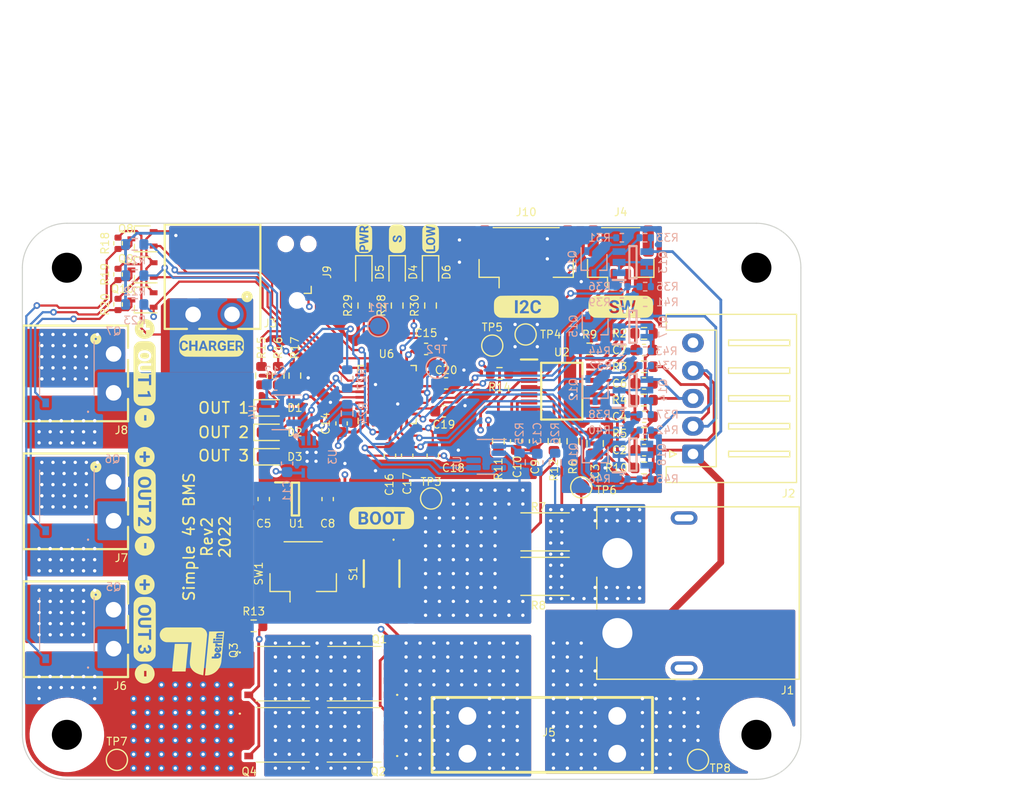
<source format=kicad_pcb>
(kicad_pcb (version 20211014) (generator pcbnew)
  (layers (0 "F.Cu" signal) (1 "In1.Cu" signal) (2 "In2.Cu" signal) (31 "B.Cu" signal) (34 "B.Paste" user) (35 "F.Paste" user) (36 "B.SilkS" user "B.Silkscreen") (37 "F.SilkS" user "F.Silkscreen") (38 "B.Mask" user) (39 "F.Mask" user) (44 "Edge.Cuts" user))
  (net 0 "")
  (net 1 "GND")
  (net 2 "/VBAT_FUSED")
  (net 4 "Net-(C2-Pad2)")
  (net 5 "GND_BAT")
  (net 6 "CELL1")
  (net 7 "CELL2")
  (net 8 "CELL3")
  (net 9 "CTL")
  (net 10 "Net-(C4-Pad2)")
  (net 11 "V_POWER")
  (net 14 "VSS_S8254")
  (net 15 "Net-(R9-Pad2)")
  (net 16 "Net-(C7-Pad2)")
  (net 17 "Net-(C10-Pad1)")
  (net 18 "Net-(J6-Pad1)")
  (net 19 "Net-(J7-Pad1)")
  (net 20 "Net-(Q1-Pad4)")
  (net 21 "Net-(Q1-Pad5)")
  (net 24 "+3V3")
  (net 25 "SWDIO")
  (net 26 "NRST")
  (net 27 "SWCLK")
  (net 28 "Net-(Q5-Pad4)")
  (net 29 "Net-(Q6-Pad4)")
  (net 30 "Net-(Q10-Pad3)")
  (net 31 "ENABLE_OUT_1")
  (net 32 "ENABLE_OUT_2")
  (net 33 "ENABLE_OUT_3")
  (net 34 "CELL4")
  (net 35 "Net-(J8-Pad1)")
  (net 39 "Net-(C6-Pad2)")
  (net 40 "Net-(C9-Pad1)")
  (net 41 "Net-(D1-Pad2)")
  (net 42 "Net-(D2-Pad2)")
  (net 43 "Net-(D3-Pad2)")
  (net 44 "LED_USER")
  (net 45 "LED_POWER")
  (net 46 "LED_LOW")
  (net 47 "SCL_INTERN")
  (net 48 "SDA_INTERN")
  (net 50 "SCL_EXTERN")
  (net 51 "SDA_EXTERN")
  (net 52 "MEAS_CELL_1_EN")
  (net 53 "Net-(Q11-Pad3)")
  (net 54 "MEAS_CELL_4_EN")
  (net 55 "MEAS_CELL_2_EN")
  (net 56 "Net-(Q12-Pad3)")
  (net 57 "Net-(Q13-Pad1)")
  (net 58 "Net-(Q14-Pad1)")
  (net 59 "MEAS_CELL_3_EN")
  (net 60 "Net-(Q15-Pad3)")
  (net 61 "Net-(Q16-Pad3)")
  (net 62 "Net-(Q17-Pad1)")
  (net 63 "Net-(Q18-Pad1)")
  (net 64 "ADC_CELL_4")
  (net 65 "ADC_CELL_2")
  (net 66 "ADC_CELL_3")
  (net 67 "ADC_CELL_1")
  (net 73 "Net-(C13-Pad1)")
  (net 74 "Net-(C13-Pad2)")
  (net 75 "Net-(D4-Pad2)")
  (net 76 "Net-(D5-Pad2)")
  (net 77 "Net-(D6-Pad2)")
  (net 78 "Net-(R12-Pad1)")
  (net 79 "Net-(R10-Pad2)")
  (net 80 "Net-(R14-Pad1)")
  (net 81 "/CHG")
  (net 82 "/DSG")
  (footprint "Resistor_SMD:R_0603_1608Metric" (layer "F.Cu") (at 191 46.3 180)
    (fp_text reference "R9")
    (fp_text value "1k")
  )
  (footprint "Resistor_SMD:R_0603_1608Metric" (layer "F.Cu") (at 163 48.7 -90)
    (fp_text reference "R16")
    (fp_text value "1k")
  )
  (footprint "Package_DFN_QFN:QFN-32-1EP_5x5mm_P0.5mm_EP3.45x3.45mm" (layer "F.Cu") (at 172.8 50.4 90)
    (fp_text reference "U6")
    (fp_text value "STM32L432KBUx")
  )
  (footprint "Resistor_SMD:R_0603_1608Metric" (layer "F.Cu") (at 161.5 48.7 -90)
    (fp_text reference "R15")
    (fp_text value "1k")
  )
  (footprint "Capacitor_SMD:C_0603_1608Metric" (layer "F.Cu") (at 195.9 46.4 180)
    (fp_text reference "C7")
    (fp_text value "100n")
  )
  (footprint "Package_TO_SOT_SMD:SOT-323_SC-70" (layer "F.Cu") (at 150.8 39.2 180)
    (fp_text reference "Q9")
    (fp_text value "BSS138")
  )
  (footprint "Resistor_SMD:R_0603_1608Metric" (layer "F.Cu") (at 187.8 54.6 -90)
    (fp_text reference "R12")
    (fp_text value "1k")
  )
  (footprint "Capacitor_SMD:C_0603_1608Metric" (layer "F.Cu") (at 168.7 53 90)
    (fp_text reference "C14")
    (fp_text value "100n")
  )
  (footprint "LED_SMD:LED_0603_1608Metric" (layer "F.Cu") (at 173.7 39.4 -90)
    (fp_text reference "D4")
    (fp_text value "LED_USER")
  )
  (footprint "Connector_JST:JST_GH_BM04B-GHS-TBT_1x04-1MP_P1.25mm_Vertical" (layer "F.Cu") (at 185.3 38)
    (fp_text reference "J10")
    (fp_text value "I2C")
  )
  (footprint "downloaded_parts:RS1E260ATTB1" (layer "F.Cu") (at 163 75.5 -90)
    (fp_text reference "Q3")
    (fp_text value "RS1E260ATTB1" hide)
  )
  (footprint "Capacitor_SMD:C_0805_2012Metric" (layer "F.Cu") (at 191.5 54.8 90)
    (fp_text reference "C3")
    (fp_text value "2u2")
  )
  (footprint "descriptors:boot" (layer "F.Cu") (at 172.3 61.5)
    (fp_text reference "G***" hide)
    (fp_text value "LOGO" hide)
  )
  (footprint "Connectors_Wuerth_user:691322110002" (layer "F.Cu") (at 148.2 60 -90)
    (fp_text reference "J7")
    (fp_text value "POWER_OUT_2")
  )
  (footprint "Resistor_SMD:R_2512_6332Metric" (layer "F.Cu") (at 187 66.75 180)
    (fp_text reference "R8")
    (fp_text value "0.01")
  )
  (footprint "Capacitor_SMD:C_0603_1608Metric" (layer "F.Cu") (at 176.9 55.9 -90)
    (fp_text reference "C18")
    (fp_text value "100n")
  )
  (footprint "Package_TO_SOT_SMD:SOT-323_SC-70" (layer "F.Cu") (at 150.8 41.9 180)
    (fp_text reference "Q10")
    (fp_text value "BSS138")
  )
  (footprint "LED_SMD:LED_0603_1608Metric" (layer "F.Cu") (at 176.7 39.4 -90)
    (fp_text reference "D6")
    (fp_text value "LED_LOW")
  )
  (footprint "Resistor_SMD:R_0603_1608Metric" (layer "F.Cu") (at 164.5 48.7 -90)
    (fp_text reference "R17")
    (fp_text value "1k")
  )
  (footprint "descriptors:charger" (layer "F.Cu") (at 157 46)
    (fp_text reference "G***" hide)
    (fp_text value "LOGO" hide)
  )
  (footprint "downloaded_parts:RS1E260ATTB1" (layer "F.Cu") (at 170.25 75.5 90)
    (fp_text reference "Q1")
    (fp_text value "RS1E260ATTB1" hide)
  )
  (footprint "LED_SMD:LED_0603_1608Metric" (layer "F.Cu") (at 170.7 39.4 -90)
    (fp_text reference "D5")
    (fp_text value "LED_POWER")
  )
  (footprint "downloaded_parts:3557-2" (layer "F.Cu") (at 186.75 81 180)
    (fp_text reference "J5")
    (fp_text value "3557-2" hide)
  )
  (footprint "downloaded_parts:MH_noPad_2.5" (layer "F.Cu") (at 206 81)
    (fp_text reference "H2" hide)
    (fp_text value " ")
  )
  (footprint "descriptors:out3" (layer "F.Cu") (at 151 71.5 -90)
    (fp_text reference "G***" hide)
    (fp_text value "LOGO" hide)
  )
  (footprint "TestPoint:TestPoint_Pad_D1.5mm" (layer "F.Cu") (at 182.25 46)
    (fp_text reference "TP5")
    (fp_text value "TestPoint")
  )
  (footprint "downloaded_parts:MH_noPad_2.5" (layer "F.Cu") (at 206 39)
    (fp_text reference "H4" hide)
    (fp_text value " ")
  )
  (footprint "Package_TO_SOT_SMD:SOT-323_SC-70" (layer "F.Cu") (at 150.8 36.4 180)
    (fp_text reference "Q8")
    (fp_text value "BSS138")
  )
  (footprint "Resistor_SMD:R_0402_1005Metric" (layer "F.Cu") (at 148.6 39.6 90)
    (fp_text reference "R19")
    (fp_text value "1M")
  )
  (footprint "Connectors_Wuerth_user:691322110002" (layer "F.Cu") (at 157.1 43.2 180)
    (fp_text reference "J3")
    (fp_text value "CHG")
  )
  (footprint "LED_SMD:LED_0603_1608Metric" (layer "F.Cu") (at 162.3 56)
    (fp_text reference "D3")
    (fp_text value "LED_EN_1")
  )
  (footprint "Connector:Tag-Connect_TC2030-IDC-NL_2x03_P1.27mm_Vertical" (layer "F.Cu") (at 164.7 39.4 90)
    (fp_text reference "J9")
    (fp_text value "TC2030-IDC-NL")
  )
  (footprint "TestPoint:TestPoint_Pad_D1.5mm" (layer "F.Cu") (at 176.75 59.75)
    (fp_text reference "TP3")
    (fp_text value "TestPoint")
  )
  (footprint "Capacitor_SMD:C_0603_1608Metric" (layer "F.Cu") (at 167.45 59.8 90)
    (fp_text reference "C8")
    (fp_text value "470n")
  )
  (footprint "Capacitor_SMD:C_0603_1608Metric" (layer "F.Cu") (at 195.9 55.4 180)
    (fp_text reference "C2")
    (fp_text value "100n")
  )
  (footprint "downloaded_parts:SOT95P280X145-5N" (layer "F.Cu") (at 164.55 59.8)
    (fp_text reference "U1")
    (fp_text value "ST732M33R" hide)
  )
  (footprint "Resistor_SMD:R_0603_1608Metric" (layer "F.Cu") (at 195.9 44.9 180)
    (fp_text reference "R2")
    (fp_text value "1k")
  )
  (footprint "downloaded_parts:AMASS_XT60PW-M" (layer "F.Cu") (at 199.5 68.25 -90)
    (fp_text reference "J1")
    (fp_text value "BAT")
  )
  (footprint "Connectors_Wuerth_user:691322110002" (layer "F.Cu") (at 148.2 71.5 -90)
    (fp_text reference "J6")
    (fp_text value "POWER_OUT_1")
  )
  (footprint "Resistor_SMD:R_0603_1608Metric" (layer "F.Cu") (at 170.7 42.4 90)
    (fp_text reference "R29")
    (fp_text value "1k")
  )
  (footprint "Resistor_SMD:R_0603_1608Metric" (layer "F.Cu") (at 173.7 42.4 90)
    (fp_text reference "R28")
    (fp_text value "1k")
  )
  (footprint "descriptors:pwr_small" (layer "F.Cu") (at 170.7 36.4 90)
    (fp_text reference "G***" hide)
    (fp_text value "LOGO" hide)
  )
  (footprint "Capacitor_SMD:C_0603_1608Metric" (layer "F.Cu") (at 186.1 54.6 -90)
    (fp_text reference "C9")
    (fp_text value "100n")
  )
  (footprint "Resistor_SMD:R_0603_1608Metric" (layer "F.Cu") (at 195.9 50.9 180)
    (fp_text reference "R4")
    (fp_text value "1k")
  )
  (footprint "TestPoint:TestPoint_Pad_D1.5mm" (layer "F.Cu") (at 190.25 58.75)
    (fp_text reference "TP6")
    (fp_text value "TestPoint")
  )
  (footprint "Resistor_SMD:R_0603_1608Metric" (layer "F.Cu") (at 182.8 54.6 -90)
    (fp_text reference "R11")
    (fp_text value "5k1")
  )
  (footprint "descriptors:minus" (layer "F.Cu") (at 151 75.5 90)
    (fp_text reference "G***" hide)
    (fp_text value "LOGO" hide)
  )
  (footprint "TestPoint:TestPoint_Pad_D1.5mm" (layer "F.Cu") (at 148.5 83.25)
    (fp_text reference "TP7")
    (fp_text value "TestPoint")
  )
  (footprint "Capacitor_SMD:C_0603_1608Metric" (layer "F.Cu") (at 195.9 49.4 180)
    (fp_text reference "C6")
    (fp_text value "100n")
  )
  (footprint "Connector_JST:JST_XH_S5B-XH-A_1x05_P2.50mm_Horizontal" (layer "F.Cu") (at 200.3 55.75 90)
    (fp_text reference "J2")
    (fp_text value "BALANCE")
  )
  (footprint "downloaded_parts:MH_noPad_2.5" (layer "F.Cu") (at 144 81)
    (fp_text reference "H1" hide)
    (fp_text value " ")
  )
  (footprint "descriptors:low_small" (layer "F.Cu") (at 176.7 36.4 90)
    (fp_text reference "G***" hide)
    (fp_text value "LOGO" hide)
  )
  (footprint "descriptors:minus" (layer "F.Cu") (at 151 64 90)
    (fp_text reference "G***" hide)
    (fp_text value "LOGO" hide)
  )
  (footprint "Resistor_SMD:R_0603_1608Metric" (layer "F.Cu") (at 195.9 57 180)
    (fp_text reference "R10")
    (fp_text value "1k")
  )
  (footprint "downloaded_parts:SOP65P640X110-16N" (layer "F.Cu") (at 188.5 50.1)
    (fp_text reference "U2")
    (fp_text value "S-8254AAVFT-TB-U" hide)
  )
  (footprint "Resistor_SMD:R_0402_1005Metric" (layer "F.Cu") (at 148.6 36.8 90)
    (fp_text reference "R18")
    (fp_text value "1M")
  )
  (footprint "Capacitor_SMD:C_0603_1608Metric" (layer "F.Cu") (at 177.9 51.9)
    (fp_text reference "C19")
    (fp_text value "100n")
  )
  (footprint "Connector_JST:JST_GH_BM02B-GHS-TBT_1x02-1MP_P1.25mm_Vertical" (layer "F.Cu") (at 165.25 66.25)
    (fp_text reference "SW1")
    (fp_text value "SW_SPST")
  )
  (footprint "logos:tub_6" (layer "F.Cu") (at 155.25 73.5)
    (fp_text reference "G***" hide)
    (fp_text value "LOGO" hide)
  )
  (footprint "descriptors:out1" (layer "F.Cu") (at 151 48.5 -90)
    (fp_text reference "G***" hide)
    (fp_text value "LOGO" hide)
  )
  (footprint "Resistor_SMD:R_0603_1608Metric" (layer "F.Cu") (at 195.9 47.9 180)
    (fp_text reference "R3")
    (fp_text value "1k")
  )
  (footprint "Capacitor_SMD:C_0603_1608Metric" (layer "F.Cu") (at 184.4 54.6 -90)
    (fp_text reference "C10")
    (fp_text value "100n")
  )
  (footprint "Resistor_SMD:R_0402_1005Metric" (layer "F.Cu") (at 148.6 42.3 90)
    (fp_text reference "R20")
    (fp_text value "1M")
  )
  (footprint "Connector_JST:JST_GH_BM02B-GHS-TBT_1x02-1MP_P1.25mm_Vertical" (layer "F.Cu") (at 193.8 38)
    (fp_text reference "J4")
    (fp_text value "SWITCH")
  )
  (footprint "descriptors:minus" (layer "F.Cu") (at 151 52.5 90)
    (fp_text reference "G***" hide)
    (fp_text value "LOGO" hide)
  )
  (footprint "Capacitor_SMD:C_0603_1608Metric" (layer "F.Cu") (at 176.3 46.3)
    (fp_text reference "C15")
    (fp_text value "100n")
  )
  (footprint "descriptors:plus" (layer "F.Cu") (at 151 44.5)
    (fp_text reference "G***" hide)
    (fp_text value "LOGO" hide)
  )
  (footprint "descriptors:plus" (layer "F.Cu") (at 151 56)
    (fp_text reference "G***" hide)
    (fp_text value "LOGO" hide)
  )
  (footprint "TestPoint:TestPoint_Pad_D1.5mm" (layer "F.Cu") (at 185.25 45)
    (fp_text reference "TP4")
    (fp_text value "TestPoint")
  )
  (footprint "descriptors:i2c" (layer "F.Cu") (at 185.3 42.5)
    (fp_text reference "G***" hide)
    (fp_text value "LOGO" hide)
  )
  (footprint "Capacitor_SMD:C_0603_1608Metric" (layer "F.Cu") (at 174.6 55.9 -90)
    (fp_text reference "C17")
    (fp_text value "100n")
  )
  (footprint "downloaded_parts:RS1E260ATTB1" (layer "F.Cu") (at 163 81 -90)
    (fp_text reference "Q4")
    (fp_text value "RS1E260ATTB1" hide)
  )
  (footprint "Resistor_SMD:R_0603_1608Metric" (layer "F.Cu") (at 176.7 42.4 90)
    (fp_text reference "R30")
    (fp_text value "1k")
  )
  (footprint "TestPoint:TestPoint_Pad_D1.5mm" (layer "F.Cu") (at 200.75 83.25)
    (fp_text reference "TP8")
    (fp_text value "TestPoint")
  )
  (footprint "Capacitor_SMD:C_0603_1608Metric" (layer "F.Cu") (at 161.7 59.8 90)
    (fp_text reference "C5")
    (fp_text value "100n")
  )
  (footprint "downloaded_parts:MH_noPad_2.5" (layer "F.Cu") (at 144 39)
    (fp_text reference "H3" hide)
    (fp_text value " ")
  )
  (footprint "Resistor_SMD:R_0603_1608Metric" (layer "F.Cu") (at 182.9 48.5 180)
    (fp_text reference "R14")
    (fp_text value "5k1")
  )
  (footprint "descriptors:s_small" (layer "F.Cu") (at 173.7 36.4 90)
    (fp_text reference "G***" hide)
    (fp_text value "LOGO" hide)
  )
  (footprint "Connectors_Wuerth_user:691322110002" (layer "F.Cu") (at 148.2 48.5 -90)
    (fp_text reference "J8")
    (fp_text value "POWER_OUT_3")
  )
  (footprint "descriptors:out2" (layer "F.Cu") (at 151 60 -90)
    (fp_text reference "G***" hide)
    (fp_text value "LOGO" hide)
  )
  (footprint "LED_SMD:LED_0603_1608Metric" (layer "F.Cu") (at 162.3 53.8)
    (fp_text reference "D2")
    (fp_text value "LED_EN_2")
  )
  (footprint "Capacitor_SMD:C_0603_1608Metric" (layer "F.Cu") (at 195.9 52.4 180)
    (fp_text reference "C4")
    (fp_text value "100n")
  )
  (footprint "descriptors:plus" (layer "F.Cu") (at 151 67.5)
    (fp_text reference "G***" hide)
    (fp_text value "LOGO" hide)
  )
  (footprint "Resistor_SMD:R_2512_6332Metric" (layer "F.Cu") (at 187 62.75 180)
    (fp_text reference "R7")
    (fp_text value "0.01")
  )
  (footprint "LED_SMD:LED_0603_1608Metric" (layer "F.Cu") (at 162.3 51.6)
    (fp_text reference "D1")
    (fp_text value "LED_EN_3")
  )
  (footprint "Capacitor_SMD:C_0603_1608Metric" (layer "F.Cu") (at 173.05 55.9 -90)
    (fp_text reference "C16")
    (fp_text value "100n")
  )
  (footprint "Resistor_SMD:R_0603_1608Metric" (layer "F.Cu") (at 195.9 53.9 180)
    (fp_text reference "R5")
    (fp_text value "1k")
  )
  (footprint "Capacitor_SMD:C_0603_1608Metric" (layer "F.Cu") (at 178.1 49.4)
    (fp_text reference "C20")
    (fp_text value "100n")
  )
  (footprint "Resistor_SMD:R_0603_1608Metric" (layer "F.Cu") (at 189.5 54.6 90)
    (fp_text reference "R6")
    (fp_text value "51")
  )
  (footprint "downloaded_parts:434123025826" (layer "F.Cu") (at 172.3 66.5 -90)
    (fp_text reference "S1")
    (fp_text value "BOOT_SWITCH" hide)
  )
  (footprint "Resistor_SMD:R_0603_1608Metric" (layer "F.Cu") (at 160.8 71.2 180)
    (fp_text reference "R13")
    (fp_text value "1M")
  )
  (footprint "descriptors:sw" (layer "F.Cu") (at 193.8 42.5)
    (fp_text reference "G***" hide)
    (fp_text value "LOGO" hide)
  )
  (footprint "downloaded_parts:RS1E260ATTB1" (layer "F.Cu") (at 170.25 81 90)
    (fp_text reference "Q2")
    (fp_text value "RS1E260ATTB1" hide)
  )
  (footprint "Resistor_SMD:R_0402_1005Metric" (layer "B.Cu") (at 196 53.6)
    (fp_text reference "R42")
    (fp_text value "1M")
  )
  (footprint "Capacitor_SMD:C_0603_1608Metric" (layer "B.Cu") (at 163.8 56.6 90)
    (fp_text reference "C11")
    (fp_text value "100n")
  )
  (footprint "downloaded_parts:RS1E260ATTB1" (layer "B.Cu") (at 144 60 180)
    (fp_text reference "Q6")
    (fp_text value "RS1E260ATTB1" hide)
  )
  (footprint "Resistor_SMD:R_0402_1005Metric" (layer "B.Cu") (at 193.9 46.5)
    (fp_text reference "R44")
    (fp_text value "100k")
  )
  (footprint "downloaded_parts:SOT95P280X100-6N" (layer "B.Cu") (at 194.9 50)
    (fp_text reference "Q14")
    (fp_text value "RQ6E030AT" hide)
  )
  (footprint "Resistor_SMD:R_0402_1005Metric" (layer "B.Cu") (at 193.9 40.7)
    (fp_text reference "R36")
    (fp_text value "100k")
  )
  (footprint "downloaded_parts:SOT95P280X100-6N" (layer "B.Cu") (at 194.9 38.5)
    (fp_text reference "Q13")
    (fp_text value "RQ6E030AT" hide)
  )
  (footprint "downloaded_parts:RS1E260ATTB1" (layer "B.Cu") (at 144 71.5 180)
    (fp_text reference "Q5")
    (fp_text value "RS1E260ATTB1" hide)
  )
  (footprint "Resistor_SMD:R_0603_1608Metric" (layer "B.Cu") (at 150.1 39.7)
    (fp_text reference "R22")
    (fp_text value "100k")
  )
  (footprint "Resistor_SMD:R_0402_1005Metric" (layer "B.Cu") (at 193.9 42.1 180)
    (fp_text reference "R39")
    (fp_text value "100k")
  )
  (footprint "Resistor_SMD:R_0603_1608Metric" (layer "B.Cu") (at 169.2 49 -90)
    (fp_text reference "R27")
    (fp_text value "5.1k")
  )
  (footprint "Resistor_SMD:R_0402_1005Metric" (layer "B.Cu") (at 193.9 52.2)
    (fp_text reference "R38")
    (fp_text value "100k")
  )
  (footprint "downloaded_parts:SOT95P280X100-6N" (layer "B.Cu") (at 194.9 55.8)
    (fp_text reference "Q18")
    (fp_text value "RQ6E030AT" hide)
  )
  (footprint "downloaded_parts:SOT95P280X100-6N" (layer "B.Cu") (at 194.9 44.3)
    (fp_text reference "Q17")
    (fp_text value "RQ6E030AT" hide)
  )
  (footprint "downloaded_parts:RS1E260ATTB1" (layer "B.Cu") (at 144 48.5 180)
    (fp_text reference "Q7")
    (fp_text value "RS1E260ATTB1" hide)
  )
  (footprint "Resistor_SMD:R_0603_1608Metric" (layer "B.Cu") (at 150.1 42.3)
    (fp_text reference "R23")
    (fp_text value "100k")
  )
  (footprint "Resistor_SMD:R_0603_1608Metric" (layer "B.Cu") (at 187.9 56.5 -90)
    (fp_text reference "R26")
    (fp_text value "10k")
  )
  (footprint "Capacitor_SMD:C_0603_1608Metric" (layer "B.Cu") (at 186.3 56.5 -90)
    (fp_text reference "C13")
    (fp_text value "100n")
  )
  (footprint "Resistor_SMD:R_0402_1005Metric" (layer "B.Cu") (at 193.9 58)
    (fp_text reference "R46")
    (fp_text value "100k")
  )
  (footprint "Resistor_SMD:R_0402_1005Metric" (layer "B.Cu") (at 193.9 47.8 180)
    (fp_text reference "R32")
    (fp_text value "100k")
  )
  (footprint "Resistor_SMD:R_0603_1608Metric" (layer "B.Cu") (at 150.1 36.9)
    (fp_text reference "R21")
    (fp_text value "100k")
  )
  (footprint "Resistor_SMD:R_0402_1005Metric" (layer "B.Cu") (at 196 36.3)
    (fp_text reference "R33")
    (fp_text value "1M")
  )
  (footprint "Resistor_SMD:R_0402_1005Metric" (layer "B.Cu") (at 196 47.8)
    (fp_text reference "R34")
    (fp_text value "1M")
  )
  (footprint "Package_TO_SOT_SMD:SOT-323_SC-70" (layer "B.Cu") (at 191.5 55.8 -90)
    (fp_text reference "Q16")
    (fp_text value "BSS138")
  )
  (footprint "TestPoint:TestPoint_Pad_D1.5mm" (layer "B.Cu") (at 172 44.25 180)
    (fp_text reference "TP1")
    (fp_text value "TestPoint")
  )
  (footprint "Resistor_SMD:R_0402_1005Metric" (layer "B.Cu") (at 196 58)
    (fp_text reference "R45")
    (fp_text value "1M")
  )
  (footprint "Package_TO_SOT_SMD:SOT-323_SC-70" (layer "B.Cu") (at 191.5 44.3 -90)
    (fp_text reference "Q15")
    (fp_text value "BSS138")
  )
  (footprint "Package_TO_SOT_SMD:SOT-323_SC-70" (layer "B.Cu") (at 191.5 50 -90)
    (fp_text reference "Q12")
    (fp_text value "BSS138")
  )
  (footprint "Resistor_SMD:R_0402_1005Metric" (layer "B.Cu") (at 196 46.5)
    (fp_text reference "R43")
    (fp_text value "1M")
  )
  (footprint "Resistor_SMD:R_0402_1005Metric" (layer "B.Cu") (at 196 42.1)
    (fp_text reference "R41")
    (fp_text value "1M")
  )
  (footprint "Resistor_SMD:R_0603_1608Metric" (layer "B.Cu") (at 184.7 56.5 -90)
    (fp_text reference "R25")
    (fp_text value "10k")
  )
  (footprint "downloaded_parts:SON50P300X200X80-9N" (layer "B.Cu") (at 166 56 -90)
    (fp_text reference "U3")
    (fp_text value "PCT2075TP,147" hide)
  )
  (footprint "Package_TO_SOT_SMD:SOT-323_SC-70" (layer "B.Cu") (at 191.4 38.5 -90)
    (fp_text reference "Q11")
    (fp_text value "BSS138")
  )
  (footprint "Package_TO_SOT_SMD:SOT-23-6" (layer "B.Cu") (at 163.25 52 180)
    (fp_text reference "U4")
    (fp_text value "SOT-23-6-EEPROM")
  )
  (footprint "Package_TO_SOT_SMD:SOT-23-8" (layer "B.Cu") (at 181.7 56 180)
    (fp_text reference "U5")
    (fp_text value "INA219BxDCN")
  )
  (footprint "Resistor_SMD:R_0402_1005Metric" (layer "B.Cu") (at 196 52.2)
    (fp_text reference "R37")
    (fp_text value "1M")
  )
  (footprint "Resistor_SMD:R_0402_1005Metric" (layer "B.Cu") (at 193.9 53.6 180)
    (fp_text reference "R40")
    (fp_text value "100k")
  )
  (footprint "Capacitor_SMD:C_0603_1608Metric" (layer "B.Cu") (at 162.75 49.5)
    (fp_text reference "C12")
    (fp_text value "100n")
  )
  (footprint "Resistor_SMD:R_0402_1005Metric" (layer "B.Cu") (at 196 40.7)
    (fp_text reference "R35")
    (fp_text value "1M")
  )
  (footprint "TestPoint:TestPoint_Pad_D1.5mm" (layer "B.Cu") (at 177.25 48 180)
    (fp_text reference "TP2")
    (fp_text value "TestPoint")
  )
  (footprint "Resistor_SMD:R_0402_1005Metric" (layer "B.Cu") (at 193.9 36.3 180)
    (fp_text reference "R31")
    (fp_text value "100k")
  )
  (footprint "Resistor_SMD:R_0603_1608Metric" (layer "B.Cu") (at 169.2 52.1 90)
    (fp_text reference "R24")
    (fp_text value "5.1k")
  )
  (gr_line (start 206 35) (end 144 35) (layer "Edge.Cuts") (width 0.1))
  (gr_line (start 140 39) (end 140 81) (layer "Edge.Cuts") (width 0.1))
  (gr_line (start 144 85) (end 206 85) (layer "Edge.Cuts") (width 0.1))
  (gr_line (start 210 81) (end 210 39) (layer "Edge.Cuts") (width 0.1))
  (gr_arc (start 206 35) (mid 208.828427 36.171573) (end 210 39) (layer "Edge.Cuts") (width 0.1))
  (gr_arc (start 210 81) (mid 208.828427 83.828427) (end 206 85) (layer "Edge.Cuts") (width 0.1))
  (gr_arc (start 144 85) (mid 141.171573 83.828427) (end 140 81) (layer "Edge.Cuts") (width 0.1))
  (gr_arc (start 140 39) (mid 141.171573 36.171573) (end 144 35) (layer "Edge.Cuts") (width 0.1))
  (gr_text "Simple 4S BMS\nRev2\n2022" (at 156.6 63.2 90) (layer "F.SilkS") (effects (font (size 1 1))))
  (gr_text "OUT 2" (at 158.1 53.8) (layer "F.SilkS") (effects (font (size 1 1))))
  (gr_text "OUT 1" (at 158.1 51.6) (layer "F.SilkS") (effects (font (size 1 1))))
  (gr_text "OUT 3" (at 158.1 55.9) (layer "F.SilkS") (effects (font (size 1 1))))
  (segment (start 176.27548 47.09952) (end 177.075 46.3) (width 0.25) (layer "F.Cu") (net 1))
  (segment (start 168.775 52.15) (end 168.7 52.225) (width 0.25) (layer "F.Cu") (net 1))
  (segment (start 151.150489 39.074511) (end 151.150489 40.600489) (width 0.2) (layer "F.Cu") (net 1))
  (segment (start 166.675 59.8) (end 167.45 59.025) (width 0.25) (layer "F.Cu") (net 1))
  (segment (start 170.3625 52.15) (end 168.775 52.15) (width 0.25) (layer "F.Cu") (net 1))
  (segment (start 175.80048 47.09952) (end 176.27548 47.09952) (width 0.25) (layer "F.Cu") (net 1))
  (segment (start 175.2375 48.65) (end 175.2375 47.6625) (width 0.25) (layer "F.Cu") (net 1))
  (segment (start 151.8 35.75) (end 151.150489 36.399511) (width 0.2) (layer "F.Cu") (net 1))
  (segment (start 179.3 51.9) (end 179.8 51.4) (width 0.2) (layer "F.Cu") (net 1))
  (segment (start 151.8 38.55) (end 151.675 38.55) (width 0.2) (layer "F.Cu") (net 1))
  (segment (start 151.150489 37.900489) (end 151.8 38.55) (width 0.2) (layer "F.Cu") (net 1))
  (segment (start 187.8 56.5) (end 186.6 57.7) (width 0.25) (layer "F.Cu") (net 1))
  (segment (start 186.6 57.7) (end 186.6 61.9) (width 0.25) (layer "F.Cu") (net 1))
  (segment (start 164.275978 58.85) (end 165.225978 59.8) (width 0.25) (layer "F.Cu") (net 1))
  (segment (start 163.3 58.85) (end 164.275978 58.85) (width 0.25) (layer "F.Cu") (net 1))
  (segment (start 187.8 55.425) (end 187.8 56.5) (width 0.25) (layer "F.Cu") (net 1))
  (segment (start 163.25 58.9) (end 163.3 58.85) (width 0.25) (layer "F.Cu") (net 1))
  (segment (start 153.45 35.75) (end 153.8 36.1) (width 0.25) (layer "F.Cu") (net 1))
  (segment (start 161.825 58.9) (end 163.25 58.9) (width 0.25) (layer "F.Cu") (net 1))
  (segment (start 151.150489 40.600489) (end 151.8 41.25) (width 0.2) (layer "F.Cu") (net 1))
  (segment (start 151.8 35.75) (end 153.45 35.75) (width 0.25) (layer "F.Cu") (net 1))
  (segment (start 151.150489 36.399511) (end 151.150489 37.900489) (width 0.2) (layer "F.Cu") (net 1))
  (segment (start 175.2375 47.6625) (end 175.80048 47.09952) (width 0.25) (layer "F.Cu") (net 1))
  (segment (start 151.675 38.55) (end 151.150489 39.074511) (width 0.2) (layer "F.Cu") (net 1))
  (segment (start 178.675 51.9) (end 179.3 51.9) (width 0.2) (layer "F.Cu") (net 1))
  (segment (start 165.225978 59.8) (end 166.675 59.8) (width 0.25) (layer "F.Cu") (net 1))
  (segment (start 186.6 61.9) (end 185.75 62.75) (width 0.25) (layer "F.Cu") (net 1))
  (segment (start 185.75 62.75) (end 184.0375 62.75) (width 0.25) (layer "F.Cu") (net 1))
  (segment (start 161.7 59.025) (end 161.825 58.9) (width 0.25) (layer "F.Cu") (net 1))
  (via (at 181.25 61.5) (size 0.6) (drill 0.3) (layers "F.Cu" "B.Cu") (net 1))
  (via (at 182.5 60.25) (size 0.6) (drill 0.3) (layers "F.Cu" "B.Cu") (net 1))
  (via (at 183.75 69) (size 0.6) (drill 0.3) (layers "F.Cu" "B.Cu") (net 1))
  (via (at 177.5 64) (size 0.6) (drill 0.3) (layers "F.Cu" "B.Cu") (net 1))
  (via (at 178.75 59) (size 0.6) (drill 0.3) (layers "F.Cu" "B.Cu") (net 1))
  (via (at 182.5 62.75) (size 0.6) (drill 0.3) (layers "F.Cu" "B.Cu") (net 1))
  (via (at 187.2 38.2) (size 0.6) (drill 0.3) (layers "F.Cu" "B.Cu") (net 1))
  (via (at 181.25 64) (size 0.6) (drill 0.3) (layers "F.Cu" "B.Cu") (net 1))
  (via (at 178.75 60.25) (size 0.6) (drill 0.3) (layers "F.Cu" "B.Cu") (net 1))
  (via (at 166.4 56.4) (size 0.6) (drill 0.3) (layers "F.Cu" "B.Cu") (net 1))
  (via (at 181.25 62.75) (size 0.6) (drill 0.3) (layers "F.Cu" "B.Cu") (net 1))
  (via (at 190.25 40.25) (size 0.6) (drill 0.3) (layers "F.Cu" "B.Cu") (net 1))
  (via (at 179.8 51.4) (size 0.6) (drill 0.3) (layers "F.Cu" "B.Cu") (net 1))
  (via (at 169 56.6) (size 0.6) (drill 0.3) (layers "F.Cu" "B.Cu") (net 1))
  (via (at 166.4 55.6) (size 0.6) (drill 0.3) (layers "F.Cu" "B.Cu") (net 1))
  (via (at 183.75 59) (size 0.6) (drill 0.3) (layers "F.Cu" "B.Cu") (net 1))
  (via (at 176.25 65.25) (size 0.6) (drill 0.3) (layers "F.Cu" "B.Cu") (net 1))
  (via (at 186.3 44.1) (size 0.6) (drill 0.3) (layers "F.Cu" "B.Cu") (net 1))
  (via (at 173.75 51.25) (size 0.6) (drill 0.3) (layers "F.Cu" "B.Cu") (net 1))
  (via (at 180 61.5) (size 0.6) (drill 0.3) (layers "F.Cu" "B.Cu") (net 1))
  (via (at 180 65.25) (size 0.6) (drill 0.3) (layers "F.Cu" "B.Cu") (net 1))
  (via (at 176.25 61.5) (size 0.6) (drill 0.3) (layers "F.Cu" "B.Cu") (net 1))
  (via (at 177.5 70.25) (size 0.6) (drill 0.3) (layers "F.Cu" "B.Cu") (net 1))
  (via (at 177.5 66.5) (size 0.6) (drill 0.3) (layers "F.Cu" "B.Cu") (net 1))
  (via (at 185 59) (size 0.6) (drill 0.3) (layers "F.Cu" "B.Cu") (net 1))
  (via (at 178.1 45.4) (size 0.6) (drill 0.3) (layers "F.Cu" "B.Cu") (net 1))
  (via (at 180 60.25) (size 0.6) (drill 0.3) (layers "F.Cu" "B.Cu") (net 1))
  (via (at 177.5 69) (size 0.6) (drill 0.3) (layers "F.Cu" "B.Cu") (net 1))
  (via (at 165.7 48.9) (size 0.6) (drill 0.3) (layers "F.Cu" "B.Cu") (net 1))
  (via (at 182.5 65.25) (size 0.6) (drill 0.3) (layers "F.Cu" "B.Cu") (net 1))
  (via (at 177.5 65.25) (size 0.6) (drill 0.3) (layers "F.Cu" "B.Cu") (net 1))
  (via (at 176.25 69) (size 0.6) (drill 0.3) (layers "F.Cu" "B.Cu") (net 1))
  (via (at 184.3 44.1) (size 0.6) (drill 0.3) (layers "F.Cu" "B.Cu") (net 1))
  (via (at 185 69) (size 0.6) (drill 0.3) (layers "F.Cu" "B.Cu") (net 1))
  (via (at 182.5 66.5) (size 0.6) (drill 0.3) (layers "F.Cu" "B.Cu") (net 1))
  (via (at 180 62.75) (size 0.6) (drill 0.3) (layers "F.Cu" "B.Cu") (net 1))
  (via (at 180 69) (size 0.6) (drill 0.3) (layers "F.Cu" "B.Cu") (net 1))
  (via (at 171.75 49.5) (size 0.6) (drill 0.3) (layers "F.Cu" "B.Cu") (net 1))
  (via (at 177.5 67.75) (size 0.6) (drill 0.3) (layers "F.Cu" "B.Cu") (net 1))
  (via (at 192.4 57) (size 0.6) (drill 0.3) (layers "F.Cu" "B.Cu") (net 1))
  (via (at 171.75 57.25) (size 0.6) (drill 0.3) (layers "F.Cu" "B.Cu") (net 1))
  (via (at 178.75 70.25) (size 0.6) (drill 0.3) (layers "F.Cu" "B.Cu") (net 1))
  (via (at 182.5 64) (size 0.6) (drill 0.3) (layers "F.Cu" "B.Cu") (net 1))
  (via (at 181.25 70.25) (size 0.6) (drill 0.3) (layers "F.Cu" "B.Cu") (net 1))
  (via (at 179.7 48.2) (size 0.6) (drill 0.3) (layers "F.Cu" "B.Cu") (net 1))
  (via (at 178.75 69) (size 0.6) (drill 0.3) (layers "F.Cu" "B.Cu") (net 1))
  (via (at 178.75 61.5) (size 0.6) (drill 0.3) (layers "F.Cu" "B.Cu") (net 1))
  (via (at 180 64) (size 0.6) (drill 0.3) (layers "F.Cu" "B.Cu") (net 1))
  (via (at 178.75 67.75) (size 0.6) (drill 0.3) (layers "F.Cu" "B.Cu") (net 1))
  (via (at 189.4 50.4) (size 0.6) (drill 0.3) (layers "F.Cu" "B.Cu") (net 1))
  (via (at 181.25 67.75) (size 0.6) (drill 0.3) (layers "F.Cu" "B.Cu") (net 1))
  (via (at 176.25 62.75) (size 0.6) (drill 0.3) (layers "F.Cu" "B.Cu") (net 1))
  (via (at 182.5 70.25) (size 0.6) (drill 0.3) (layers "F.Cu" "B.Cu") (net 1))
  (via (at 181.25 65.25) (size 0.6) (drill 0.3) (layers "F.Cu" "B.Cu") (net 1))
  (via (at 167.7 51.1) (size 0.6) (drill 0.3) (layers "F.Cu" "B.Cu") (net 1))
  (via (at 178.75 64) (size 0.6) (drill 0.3) (layers "F.Cu" "B.Cu") (net 1))
  (via (at 176.25 66.5) (size 0.6) (drill 0.3) (layers "F.Cu" "B.Cu") (net 1))
  (via (at 185 60.25) (size 0.6) (drill 0.3) (layers "F.Cu" "B.Cu") (net 1))
  (via (at 181.25 66.5) (size 0.6) (drill 0.3) (layers "F.Cu" "B.Cu") (net 1))
  (via (at 165.6 56.4) (size 0.6) (drill 0.3) (layers "F.Cu" "B.Cu") (net 1))
  (via (at 179.3 36.5) (size 0.6) (drill 0.3) (layers "F.Cu" "B.Cu") (net 1))
  (via (at 190.25 45) (size 0.6) (drill 0.3) (layers "F.Cu" "B.Cu") (net 1))
  (via (at 180 59) (size 0.6) (drill 0.3) (layers "F.Cu" "B.Cu") (net 1))
  (via (at 176.25 70.25) (size 0.6) (drill 0.3) (layers "F.Cu" "B.Cu") (net 1))
  (via (at 165.6 55.6) (size 0.6) (drill 0.3) (layers "F.Cu" "B.Cu") (net 1))
  (via (at 180 66.5) (size 0.6) (drill 0.3) (layers "F.Cu" "B.Cu") (net 1))
  (via (at 181.25 59) (size 0.6) (drill 0.3) (layers "F.Cu" "B.Cu") (net 1))
  (via (at 177.5 61.5) (size 0.6) (drill 0.3) (layers "F.Cu" "B.Cu") (net 1))
  (via (at 177.5 62.75) (size 0.6) (drill 0.3) (layers "F.Cu" "B.Cu") (net 1))
  (via (at 181.25 60.25) (size 0.6) (drill 0.3) (layers "F.Cu" "B.Cu") (net 1))
  (via (at 185 70.25) (size 0.6) (drill 0.3) (layers "F.Cu" "B.Cu") (net 1))
  (via (at 182.5 69) (size 0.6) (drill 0.3) (layers "F.Cu" "B.Cu") (net 1))
  (via (at 186.3 46.1) (size 0.6) (drill 0.3) (layers "F.Cu" "B.Cu") (net 1))
  (via (at 179.2 55.4) (size 0.6) (drill 0.3) (layers "F.Cu" "B.Cu") (net 1))
  (via (at 179.3 38.5) (size 0.6) (drill 0.3) (layers "F.Cu" "B.Cu") (net 1))
  (via (at 181.25 69) (size 0.6) (drill 0.3) (layers "F.Cu" "B.Cu") (net 1))
  (via (at 178.75 62.75) (size 0.6) (drill 0.3) (layers "F.Cu" "B.Cu") (net 1))
  (via (at 184.3 46.1) (size 0.6) (drill 0.3) (layers "F.Cu" "B.Cu") (net 1))
  (via (at 183.75 60.25) (size 0.6) (drill 0.3) (layers "F.Cu" "B.Cu") (net 1))
  (via (at 180 67.75) (size 0.6) (drill 0.3) (layers "F.Cu" "B.Cu") (net 1))
  (via (at 153.8 36.1) (size 0.6) (drill 0.3) (layers "F.Cu" "B.Cu") (net 1))
  (via (at 182.5 61.5) (size 0.6) (drill 0.3) (layers "F.Cu" "B.Cu") (net 1))
  (via (at 182.5 59) (size 0.6) (drill 0.3) (layers "F.Cu" "B.Cu") (net 1))
  (via (at 176.25 64) (size 0.6) (drill 0.3) (layers "F.Cu" "B.Cu") (net 1))
  (via (at 187.2 36.4) (size 0.6) (drill 0.3) (layers "F.Cu" "B.Cu") (net 1))
  (via (at 178.75 65.25) (size 0.6) (drill 0.3) (layers "F.Cu" "B.Cu") (net 1))
  (via (at 183.75 70.25) (size 0.6) (drill 0.3) (layers "F.Cu" "B.Cu") (net 1))
  (via (at 182.5 67.75) (size 0.6) (drill 0.3) (layers "F.Cu" "B.Cu") (net 1))
  (via (at 178.75 66.5) (size 0.6) (drill 0.3) (layers "F.Cu" "B.Cu") (net 1))
  (via (at 180 70.25) (size 0.6) (drill 0.3) (layers "F.Cu" "B.Cu") (net 1))
  (via (at 176.25 67.75) (size 0.6) (drill 0.3) (layers "F.Cu" "B.Cu") (net 1))
  (segment (start 192.599511 36.950489) (end 193.759511 36.950489) (width 0.2) (layer "B.Cu") (net 1))
  (segment (start 190.9 50.2) (end 192.1 49) (width 0.2) (layer "B.Cu") (net 1))
  (segment (start 193.759511 36.950489) (end 194.41 36.3) (width 0.2) (layer "B.Cu") (net 1))
  (segment (start 190.8 44.4) (end 191.9 43.3) (width 0.2) (layer "B.Cu") (net 1))
  (segment (start 191.9 43.3) (end 192.15 43.3) (width 0.2) (layer "B.Cu") (net 1))
  (segment (start 193.759511 48.450489) (end 194.41 47.8) (width 0.2) (layer "B.Cu") (net 1))
  (segment (start 149.275 36.9) (end 150.275 35.9) (width 0.25) (layer "B.Cu") (net 1))
  (segment (start 191.4 58) (end 190.7 57.3) (width 0.2) (layer "B.Cu") (net 1))
  (segment (start 184.7 58.7) (end 185 59) (width 0.2) (layer "B.Cu") (net 1))
  (segment (start 163.40048 49.62452) (end 163.40048 51.65048) (width 0.25) (layer "B.Cu") (net 1))
  (segment (start 190.7 56.1) (end 192 54.8) (width 0.2) (layer "B.Cu") (net 1))
  (segment (start 165.75 57.45) (end 166.75 57.45) (width 0.25) (layer "B.Cu") (net 1))
  (segment (start 150.275 35.9) (end 153.6 35.9) (width 0.25) (layer "B.Cu") (net 1))
  (segment (start 184.7 57.325) (end 184.7 58.7) (width 0.2) (layer "B.Cu") (net 1))
  (segment (start 149.275 42.3) (end 149.275 36.9) (width 0.25) (layer "B.Cu") (net 1))
  (segment (start 191.4 46.5) (end 190.8 45.9) (width 0.2) (layer "B.Cu") (net 1))
  (segment (start 193.39 58) (end 191.4 58) (width 0.2) (layer "B.Cu") (net 1))
  (segment (start 190.9 51.7) (end 190.9 50.2) (width 0.2) (layer "B.Cu") (net 1))
  (segment (start 193.759511 54.250489) (end 194.41 53.6) (width 0.2) (layer "B.Cu") (net 1))
  (segment (start 190.7 57.3) (end 190.7 56.1) (width 0.2) (layer "B.Cu") (net 1))
  (segment (start 163.75 52) (end 164.3875 52) (width 0.25) (layer "B.Cu") (net 1))
  (segment (start 193.39 52.2) (end 191.4 52.2) (width 0.2) (layer "B.Cu") (net 1))
  (segment (start 192.15 54.8) (end 192.699511 54.250489) (width 0.2) (layer "B.Cu") (net 1))
  (segment (start 163.40048 51.65048) (end 163.75 52) (width 0.25) (layer "B.Cu") (net 1))
  (segment (start 192.1 49) (end 192.15 49) (width 0.2) (layer "B.Cu") (net 1))
  (segment (start 190.8 45.9) (end 190.8 44.4) (width 0.2) (layer "B.Cu") (net 1))
  (segment (start 192.73048 42.71952) (end 193.79048 42.71952) (width 0.2) (layer "B.Cu") (net 1))
  (segment (start 192 54.8) (end 192.15 54.8) (width 0.2) (layer "B.Cu") (net 1))
  (segment (start 193.79048 42.71952) (end 194.41 42.1) (width 0.2) (layer "B.Cu") (net 1))
  (segment (start 192.15 49) (end 192.699511 48.450489) (width 0.2) (layer "B.Cu") (net 1))
  (segment (start 192.699511 48.450489) (end 193.759511 48.450489) (width 0.2) (layer "B.Cu") (net 1))
  (segment (start 192.699511 54.250489) (end 193.759511 54.250489) (width 0.2) (layer "B.Cu") (net 1))
  (segment (start 192.15 43.3) (end 192.73048 42.71952) (width 0.2) (layer "B.Cu") (net 1))
  (segment (start 153.6 35.9) (end 153.8 36.1) (width 0.25) (layer "B.Cu") (net 1))
  (segment (start 192.05 37.5) (end 192.599511 36.950489) (width 0.2) (layer "B.Cu") (net 1))
  (segment (start 191.4 52.2) (end 190.9 51.7) (width 0.2) (layer "B.Cu") (net 1))
  (segment (start 162.1125 52) (end 162.1125 52.95) (width 0.25) (layer "B.Cu") (net 1))
  (segment (start 163.525 49.5) (end 163.40048 49.62452) (width 0.25) (layer "B.Cu") (net 1))
  (segment (start 193.39 46.5) (end 191.4 46.5) (width 0.2) (layer "B.Cu") (net 1))
  (segment (start 172.5 70.75) (end 174.5 72.75) (width 0.25) (layer "F.Cu") (net 2))
  (segment (start 165.875 68.2) (end 165.875 69.125) (width 0.25) (layer "F.Cu") (net 2))
  (segment (start 173.375 69.875) (end 172.5 70.75) (width 0.2) (layer "F.Cu") (net 2))
  (segment (start 173.375 68.575) (end 173.375 69.875) (width 0.2) (layer "F.Cu") (net 2))
  (segment (start 165.875 69.125) (end 167.5 70.75) (width 0.25) (layer "F.Cu") (net 2))
  (segment (start 167.525 70.75) (end 172.5 70.75) (width 0.25) (layer "F.Cu") (net 2))
  (via (at 179.5 76.5) (size 0.6) (drill 0.3) (layers "F.Cu" "B.Cu") (net 2))
  (via (at 184.5 84) (size 0.6) (drill 0.3) (layers "F.Cu" "B.Cu") (net 2))
  (via (at 182 76.5) (size 0.6) (drill 0.3) (layers "F.Cu" "B.Cu") (net 2))
  (via (at 178.25 82.75) (size 0.6) (drill 0.3) (layers "F.Cu" "B.Cu") (net 2))
  (via (at 178.25 75.25) (size 0.6) (drill 0.3) (layers "F.Cu" "B.Cu") (net 2))
  (via (at 183.25 79) (size 0.6) (drill 0.3) (layers "F.Cu" "B.Cu") (net 2))
  (via (at 178.25 76.5) (size 0.6) (drill 0.3) (layers "F.Cu" "B.Cu") (net 2))
  (via (at 177 76.5) (size 0.6) (drill 0.3) (layers "F.Cu" "B.Cu") (net 2))
  (via (at 178.25 77.75) (size 0.6) (drill 0.3) (layers "F.Cu" "B.Cu") (net 2))
  (via (at 184.5 80.25) (size 0.6) (drill 0.3) (layers "F.Cu" "B.Cu") (net 2))
  (via (at 184.5 79) (size 0.6) (drill 0.3) (layers "F.Cu" "B.Cu") (net 2))
  (via (at 180.75 76.5) (size 0.6) (drill 0.3) (layers "F.Cu" "B.Cu") (net 2))
  (via (at 184.5 75.25) (size 0.6) (drill 0.3) (layers "F.Cu" "B.Cu") (net 2))
  (via (at 183.25 74) (size 0.6) (drill 0.3) (layers "F.Cu" "B.Cu") (net 2))
  (via (at 174.5 80.25) (size 0.6) (drill 0.3) (layers "F.Cu" "B.Cu") (net 2))
  (via (at 175.75 76.5) (size 0.6) (drill 0.3) (layers "F.Cu" "B.Cu") (net 2))
  (via (at 178.25 79) (size 0.6) (drill 0.3) (layers "F.Cu" "B.Cu") (net 2))
  (via (at 182 84) (size 0.6) (drill 0.3) (layers "F.Cu" "B.Cu") (net 2))
  (via (at 174.5 82.75) (size 0.6) (drill 0.3) (layers "F.Cu" "B.Cu") (net 2))
  (via (at 183.25 76.5) (size 0.6) (drill 0.3) (layers "F.Cu" "B.Cu") (net 2))
  (via (at 177 74) (size 0.6) (drill 0.3) (layers "F.Cu" "B.Cu") (net 2))
  (via (at 184.5 76.5) (size 0.6) (drill 0.3) (layers "F.Cu" "B.Cu") (net 2))
  (via (at 178.25 84) (size 0.6) (drill 0.3) (layers "F.Cu" "B.Cu") (net 2))
  (via (at 179.5 74) (size 0.6) (drill 0.3) (layers "F.Cu" "B.Cu") (net 2))
  (via (at 184.5 82.75) (size 0.6) (drill 0.3) (layers "F.Cu" "B.Cu") (net 2))
  (via (at 180.75 72.75) (size 0.6) (drill 0.3) (layers "F.Cu" "B.Cu") (net 2))
  (via (at 177 77.75) (size 0.6) (drill 0.3) (layers "F.Cu" "B.Cu") (net 2))
  (via (at 177 72.75) (size 0.6) (drill 0.3) (layers "F.Cu" "B.Cu") (net 2))
  (via (at 177 82.75) (size 0.6) (drill 0.3) (layers "F.Cu" "B.Cu") (net 2))
  (via (at 184.5 72.75) (size 0.6) (drill 0.3) (layers "F.Cu" "B.Cu") (net 2))
  (via (at 177 80.25) (size 0.6) (drill 0.3) (layers "F.Cu" "B.Cu") (net 2))
  (via (at 183.25 84) (size 0.6) (drill 0.3) (layers "F.Cu" "B.Cu") (net 2))
  (via (at 182 72.75) (size 0.6) (drill 0.3) (layers "F.Cu" "B.Cu") (net 2))
  (via (at 175.75 82.75) (size 0.6) (drill 0.3) (layers "F.Cu" "B.Cu") (net 2))
  (via (at 178.25 81.5) (size 0.6) (drill 0.3) (layers "F.Cu" "B.Cu") (net 2))
  (via (at 178.25 74) (size 0.6) (drill 0.3) (layers "F.Cu" "B.Cu") (net 2))
  (via (at 182 80.25) (size 0.6) (drill 0.3) (layers "F.Cu" "B.Cu") (net 2))
  (via (at 184.5 77.75) (size 0.6) (drill 0.3) (layers "F.Cu" "B.Cu") (net 2))
  (via (at 182 81.5) (size 0.6) (drill 0.3) (layers "F.Cu" "B.Cu") (net 2))
  (via (at 177 81.5) (size 0.6) (drill 0.3) (layers "F.Cu" "B.Cu") (net 2))
  (via (at 177 75.25) (size 0.6) (drill 0.3) (layers "F.Cu" "B.Cu") (net 2))
  (via (at 183.25 75.25) (size 0.6) (drill 0.3) (layers "F.Cu" "B.Cu") (net 2))
  (via (at 183.25 80.25) (size 0.6) (drill 0.3) (layers "F.Cu" "B.Cu") (net 2))
  (via (at 178.25 72.75) (size 0.6) (drill 0.3) (layers "F.Cu" "B.Cu") (net 2))
  (via (at 183.25 77.75) (size 0.6) (drill 0.3) (layers "F.Cu" "B.Cu") (net 2))
  (via (at 184.5 81.5) (size 0.6) (drill 0.3) (layers "F.Cu" "B.Cu") (net 2))
  (via (at 175.75 72.75) (size 0.6) (drill 0.3) (layers "F.Cu" "B.Cu") (net 2))
  (via (at 179.5 72.75) (size 0.6) (drill 0.3) (layers "F.Cu" "B.Cu") (net 2))
  (via (at 174.5 84) (size 0.6) (drill 0.3) (layers "F.Cu" "B.Cu") (net 2))
  (via (at 183.25 82.75) (size 0.6) (drill 0.3) (layers "F.Cu" "B.Cu") (net 2))
  (via (at 183.25 72.75) (size 0.6) (drill 0.3) (layers "F.Cu" "B.Cu") (net 2))
  (via (at 174.5 72.75) (size 0.6) (drill 0.3) (layers "F.Cu" "B.Cu") (net 2))
  (via (at 179.5 75.25) (size 0.6) (drill 0.3) (layers "F.Cu" "B.Cu") (net 2))
  (via (at 175.75 81.5) (size 0.6) (drill 0.3) (layers "F.Cu" "B.Cu") (net 2))
  (via (at 182 77.75) (size 0.6) (drill 0.3) (layers "F.Cu" "B.Cu") (net 2))
  (via (at 184.5 74) (size 0.6) (drill 0.3) (layers "F.Cu" "B.Cu") (net 2))
  (via (at 174.5 77.75) (size 0.6) (drill 0.3) (layers "F.Cu" "B.Cu") (net 2))
  (via (at 178.25 80.25) (size 0.6) (drill 0.3) (layers "F.Cu" "B.Cu") (net 2))
  (via (at 177 79) (size 0.6) (drill 0.3) (layers "F.Cu" "B.Cu") (net 2))
  (via (at 174.5 75.25) (size 0.6) (drill 0.3) (layers "F.Cu" "B.Cu") (net 2))
  (via (at 183.25 81.5) (size 0.6) (drill 0.3) (layers "F.Cu" "B.Cu") (net 2))
  (via (at 175.75 80.25) (size 0.6) (drill 0.3) (layers "F.Cu" "B.Cu") (net 2))
  (via (at 180.75 75.25) (size 0.6) (drill 0.3) (layers "F.Cu" "B.Cu") (net 2))
  (via (at 182 82.75) (size 0.6) (drill 0.3) (layers "F.Cu" "B.Cu") (net 2))
  (via (at 177 84) (size 0.6) (drill 0.3) (layers "F.Cu" "B.Cu") (net 2))
  (via (at 175.75 84) (size 0.6) (drill 0.3) (layers "F.Cu" "B.Cu") (net 2))
  (via (at 174.5 74) (size 0.6) (drill 0.3) (layers "F.Cu" "B.Cu") (net 2))
  (via (at 175.75 74) (size 0.6) (drill 0.3) (layers "F.Cu" "B.Cu") (net 2))
  (via (at 175.75 75.25) (size 0.6) (drill 0.3) (layers "F.Cu" "B.Cu") (net 2))
  (via (at 182 74) (size 0.6) (drill 0.3) (layers "F.Cu" "B.Cu") (net 2))
  (via (at 180.75 74) (size 0.6) (drill 0.3) (layers "F.Cu" "B.Cu") (net 2))
  (via (at 182 75.25) (size 0.6) (drill 0.3) (layers "F.Cu" "B.Cu") (net 2))
  (via (at 174.5 79) (size 0.6) (drill 0.3) (layers "F.Cu" "B.Cu") (net 2))
  (via (at 175.75 77.75) (size 0.6) (drill 0.3) (layers "F.Cu" "B.Cu") (net 2))
  (via (at 174.5 76.5) (size 0.6) (drill 0.3) (layers "F.Cu" "B.Cu") (net 2))
  (via (at 174.5 81.5) (size 0.6) (drill 0.3) (layers "F.Cu" "B.Cu") (net 2))
  (via (at 175.75 79) (size 0.6) (drill 0.3) (layers "F.Cu" "B.Cu") (net 2))
  (via (at 182 79) (size 0.6) (drill 0.3) (layers "F.Cu" "B.Cu") (net 2))
  (segment (start 194 51.3) (end 194 52.825) (width 0.25) (layer "F.Cu") (net 4))
  (segment (start 191.438 50.425) (end 193.125 50.425) (width 0.25) (layer "F.Cu") (net 4))
  (segment (start 194 52.825) (end 195.075 53.9) (width 0.25) (layer "F.Cu") (net 4))
  (segment (start 193.125 50.425) (end 194 51.3) (width 0.25) (layer "F.Cu") (net 4))
  (segment (start 195.075 55.35) (end 195.125 55.4) (width 0.25) (layer "F.Cu") (net 4))
  (segment (start 195.075 53.9) (end 195.075 55.35) (width 0.25) (layer "F.Cu") (net 4))
  (segment (start 188.5 56.425) (end 188.5 60.75) (width 0.25) (layer "F.Cu") (net 5))
  (segment (start 190.25 60.5) (end 190.25 58.75) (width 0.2) (layer "F.Cu") (net 5))
  (segment (start 189.5 55.425) (end 188.5 56.425) (width 0.25) (layer "F.Cu") (net 5))
  (segment (start 190.5 60.75) (end 190.25 60.5) (width 0.2) (layer "F.Cu") (net 5))
  (via (at 187.5 61.75) (size 0.6) (drill 0.3) (layers "F.Cu" "B.Cu") (net 5))
  (via (at 191.5 67.75) (size 0.6) (drill 0.3) (layers "F.Cu" "B.Cu") (net 5))
  (via (at 187.5 62.75) (size 0.6) (drill 0.3) (layers "F.Cu" "B.Cu") (net 5))
  (via (at 192.5 67.75) (size 0.6) (drill 0.3) (layers "F.Cu" "B.Cu") (net 5))
  (via (at 191.5 61.75) (size 0.6) (drill 0.3) (layers "F.Cu" "B.Cu") (net 5))
  (via (at 190.5 68.75) (size 0.6) (drill 0.3) (layers "F.Cu" "B.Cu") (net 5))
  (via (at 188.5 68.75) (size 0.6) (drill 0.3) (layers "F.Cu" "B.Cu") (net 5))
  (via (at 195.5 60.75) (size 0.6) (drill 0.3) (layers "F.Cu" "B.Cu") (net 5))
  (via (at 188.5 63.75) (size 0.6) (drill 0.3) (layers "F.Cu" "B.Cu") (net 5))
  (via (at 192.5 61.75) (size 0.6) (drill 0.3) (layers "F.Cu" "B.Cu") (net 5))
  (via (at 188.5 62.75) (size 0.6) (drill 0.3) (layers "F.Cu" "B.Cu") (net 5))
  (via (at 194.5 68.75) (size 0.6) (drill 0.3) (layers "F.Cu" "B.Cu") (net 5))
  (via (at 188.5 60.75) (size 0.6) (drill 0.3) (layers "F.Cu" "B.Cu") (net 5))
  (via (at 187.5 68.75) (size 0.6) (drill 0.3) (layers "F.Cu" "B.Cu") (net 5))
  (via (at 187.5 67.75) (size 0.6) (drill 0.3) (layers "F.Cu" "B.Cu") (net 5))
  (via (at 193.5 67.75) (size 0.6) (drill 0.3) (layers "F.Cu" "B.Cu") (net 5))
  (via (at 188.5 61.75) (size 0.6) (drill 0.3) (layers "F.Cu" "B.Cu") (net 5))
  (via (at 187.5 64.75) (size 0.6) (drill 0.3) (layers "F.Cu" "B.Cu") (net 5))
  (via (at 192.5 60.75) (size 0.6) (drill 0.3) (layers "F.Cu" "B.Cu") (net 5))
  (via (at 195.5 67.75) (size 0.6) (drill 0.3) (layers "F.Cu" "B.Cu") (net 5))
  (via (at 193.5 61.75) (size 0.6) (drill 0.3) (layers "F.Cu" "B.Cu") (net 5))
  (via (at 188.5 67.75) (size 0.6) (drill 0.3) (layers "F.Cu" "B.Cu") (net 5))
  (via (at 194.5 60.75) (size 0.6) (drill 0.3) (layers "F.Cu" "B.Cu") (net 5))
  (via (at 194.5 61.75) (size 0.6) (drill 0.3) (layers "F.Cu" "B.Cu") (net 5))
  (via (at 188.5 66.75) (size 0.6) (drill 0.3) (layers "F.Cu" "B.Cu") (net 5))
  (via (at 187.5 65.75) (size 0.6) (drill 0.3) (layers "F.Cu" "B.Cu") (net 5))
  (via (at 189.5 60.75) (size 0.6) (drill 0.3) (layers "F.Cu" "B.Cu") (net 5))
  (via (at 187.5 60.75) (size 0.6) (drill 0.3) (layers "F.Cu" "B.Cu") (net 5))
  (via (at 188.5 65.75) (size 0.6) (drill 0.3) (layers "F.Cu" "B.Cu") (net 5))
  (via (at 195.5 61.75) (size 0.6) (drill 0.3) (layers "F.Cu" "B.Cu") (net 5))
  (via (at 189.5 68.75) (size 0.6) (drill 0.3) (layers "F.Cu" "B.Cu") (net 5))
  (via (at 193.5 68.75) (size 0.6) (drill 0.3) (layers "F.Cu" "B.Cu") (net 5))
  (via (at 191.5 60.75) (size 0.6) (drill 0.3) (layers "F.Cu" "B.Cu") (net 5))
  (via (at 194.5 67.75) (size 0.6) (drill 0.3) (layers "F.Cu" "B.Cu") (net 5))
  (via (at 193.5 60.75) (size 0.6) (drill 0.3) (layers "F.Cu" "B.Cu") (net 5))
  (via (at 191.5 68.75) (size 0.6) (drill 0.3) (layers "F.Cu" "B.Cu") (net 5))
  (via (at 188.5 64.75) (size 0.6) (drill 0.3) (layers "F.Cu" "B.Cu") (net 5))
  (via (at 190.5 60.75) (size 0.6) (drill 0.3) (layers "F.Cu" "B.Cu") (net 5))
  (via (at 195.5 68.75) (size 0.6) (drill 0.3) (layers "F.Cu" "B.Cu") (net 5))
  (via (at 192.5 68.75) (size 0.6) (drill 0.3) (layers "F.Cu" "B.Cu") (net 5))
  (via (at 187.5 63.75) (size 0.6) (drill 0.3) (layers "F.Cu" "B.Cu") (net 5))
  (via (at 187.5 66.75) (size 0.6) (drill 0.3) (layers "F.Cu" "B.Cu") (net 5))
  (segment (start 187.9 57.325) (end 187.9 60.35) (width 0.2) (layer "B.Cu") (net 5))
  (segment (start 187.9 60.35) (end 187.5 60.75) (width 0.2) (layer "B.Cu") (net 5))
  (segment (start 197.325 54.5) (end 196.725 53.9) (width 0.25) (layer "F.Cu") (net 6))
  (segment (start 201.6 54.5) (end 197.325 54.5) (width 0.25) (layer "F.Cu") (net 6))
  (segment (start 200.3 48.25) (end 201.05 48.25) (width 0.25) (layer "F.Cu") (net 6))
  (segment (start 202.2 53.9) (end 201.6 54.5) (width 0.25) (layer "F.Cu") (net 6))
  (segment (start 202.2 49.4) (end 202.2 53.9) (width 0.25) (layer "F.Cu") (net 6))
  (segment (start 201.05 48.25) (end 202.2 49.4) (width 0.25) (layer "F.Cu") (net 6))
  (segment (start 196.15 54.85) (end 196.15 53.96) (width 0.2) (layer "B.Cu") (net 6))
  (segment (start 197.2 53.6) (end 196.51 53.6) (width 0.25) (layer "B.Cu") (net 6))
  (segment (start 196.15 53.96) (end 196.51 53.6) (width 0.2) (layer "B.Cu") (net 6))
  (segment (start 198.8 52) (end 197.2 53.6) (width 0.25) (layer "B.Cu") (net 6))
  (segment (start 201.525 48.25) (end 201.9 48.625) (width 0.25) (layer "B.Cu") (net 6))
  (segment (start 201.9 51.2) (end 201.1 52) (width 0.25) (layer "B.Cu") (net 6))
  (segment (start 201.1 52) (end 198.8 52) (width 0.25) (layer "B.Cu") (net 6))
  (segment (start 200.3 48.25) (end 201.525 48.25) (width 0.25) (layer "B.Cu") (net 6))
  (segment (start 201.9 48.625) (end 201.9 51.2) (width 0.25) (layer "B.Cu") (net 6))
  (segment (start 196.725 50.9) (end 196.875 50.75) (width 0.25) (layer "F.Cu") (net 7))
  (segment (start 196.875 50.75) (end 200.3 50.75) (width 0.25) (layer "F.Cu") (net 7))
  (segment (start 197.35 49.05) (end 196.15 49.05) (width 0.25) (layer "B.Cu") (net 7))
  (segment (start 200.3 50.75) (end 199.05 50.75) (width 0.25) (layer "B.Cu") (net 7))
  (segment (start 196.15 49.05) (end 196.15 48.16) (width 0.2) (layer "B.Cu") (net 7))
  (segment (start 196.15 48.16) (end 196.51 47.8) (width 0.2) (layer "B.Cu") (net 7))
  (segment (start 199.05 50.75) (end 197.35 49.05) (width 0.25) (layer "B.Cu") (net 7))
  (segment (start 201.7 52) (end 201.7 49.9) (width 0.25) (layer "F.Cu") (net 8))
  (segment (start 199.2 49.5) (end 197.6 47.9) (width 0.25) (layer "F.Cu") (net 8))
  (segment (start 200.45 53.25) (end 201.7 52) (width 0.25) (layer "F.Cu") (net 8))
  (segment (start 201.3 49.5) (end 199.2 49.5) (width 0.25) (layer "F.Cu") (net 8))
  (segment (start 201.7 49.9) (end 201.3 49.5) (width 0.25) (layer "F.Cu") (net 8))
  (segment (start 197.6 47.9) (end 196.725 47.9) (width 0.25) (layer "F.Cu") (net 8))
  (segment (start 200.3 53.25) (end 200.45 53.25) (width 0.25) (layer "F.Cu") (net 8))
  (segment (start 196.51 42.1) (end 196.51 42.99) (width 0.2) (layer "B.Cu") (net 8))
  (segment (start 196.51 42.99) (end 196.15 43.35) (width 0.2) (layer "B.Cu") (net 8))
  (segment (start 201.65 53.25) (end 202.35 52.55) (width 0.25) (layer "B.Cu") (net 8))
  (segment (start 201.35 43.35) (end 196.15 43.35) (width 0.25) (layer "B.Cu") (net 8))
  (segment (start 202.35 52.55) (end 202.35 44.35) (width 0.25) (layer "B.Cu") (net 8))
  (segment (start 202.35 44.35) (end 201.35 43.35) (width 0.25) (layer "B.Cu") (net 8))
  (segment (start 200.3 53.25) (end 201.65 53.25) (width 0.25) (layer "B.Cu") (net 8))
  (segment (start 192.75048 46.3) (end 191.825 46.3) (width 0.25) (layer "F.Cu") (net 9))
  (segment (start 194.425 39.95) (end 194.425 43.239282) (width 0.25) (layer "F.Cu") (net 9))
  (segment (start 194.425 43.239282) (end 193.45048 44.213802) (width 0.25) (layer "F.Cu") (net 9))
  (segment (start 193.45048 44.213802) (end 193.45048 45.6) (width 0.25) (layer "F.Cu") (net 9))
  (segment (start 193.45048 45.6) (end 192.75048 46.3) (width 0.25) (layer "F.Cu") (net 9))
  (segment (start 195.075 52.35) (end 195.125 52.4) (width 0.25) (layer "F.Cu") (net 10))
  (segment (start 195.075 50.9) (end 195.075 52.35) (width 0.25) (layer "F.Cu") (net 10))
  (segment (start 191.438 49.775) (end 193.95 49.775) (width 0.25) (layer "F.Cu") (net 10))
  (segment (start 193.95 49.775) (end 195.075 50.9) (width 0.25) (layer "F.Cu") (net 10))
  (segment (start 164.625 68.2) (end 162.975 68.2) (width 0.25) (layer "F.Cu") (net 11))
  (segment (start 171.225 68.575) (end 169.4 66.75) (width 0.25) (layer "F.Cu") (net 11))
  (segment (start 181.3 47.6) (end 182.075 48.375) (width 0.25) (layer "F.Cu") (net 11))
  (segment (start 150.7 36.125978) (end 150.274022 35.7) (width 0.2) (layer "F.Cu") (net 11))
  (segment (start 151.25 45) (end 152.75 45) (width 0.2) (layer "F.Cu") (net 11))
  (segment (start 164.625 67.625) (end 164.625 68.2) (width 0.25) (layer "F.Cu") (net 11))
  (segment (start 150.7 38.7) (end 150.675489 38.675489) (width 0.2) (layer "F.Cu") (net 11))
  (segment (start 150.7 39.69) (end 150.7 38.7) (width 0.2) (layer "F.Cu") (net 11))
  (segment (start 150.7 44.45) (end 151.25 45) (width 0.2) (layer "F.Cu") (net 11))
  (segment (start 162.975 68.2) (end 159.975 71.2) (width 0.25) (layer "F.Cu") (net 11))
  (segment (start 169.4 66.75) (end 165.5 66.75) (width 0.25) (layer "F.Cu") (net 11))
  (segment (start 150.675489 38.675489) (end 149.014511 38.675489) (width 0.2) (layer "F.Cu") (net 11))
  (segment (start 182.075 48.375) (end 182.075 48.5) (width 0.25) (layer "F.Cu") (net 11))
  (segment (start 150.7 39.69) (end 150.7 44.45) (width 0.2) (layer "F.Cu") (net 11))
  (segment (start 150.274022 35.7) (end 149.19 35.7) (width 0.2) (layer "F.Cu") (net 11))
  (segment (start 165.5 66.75) (end 164.625 67.625) (width 0.25) (layer "F.Cu") (net 11))
  (segment (start 161.7 60.575) (end 160.175 60.575) (width 0.4) (layer "F.Cu") (net 11))
  (segment (start 150.7 38.7) (end 150.7 36.125978) (width 0.2) (layer "F.Cu") (net 11))
  (segment (start 149.19 35.7) (end 148.6 36.29) (width 0.2) (layer "F.Cu") (net 11))
  (segment (start 163.3 59.8) (end 162.475 59.8) (width 0.25) (layer "F.Cu") (net 11))
  (segment (start 162.475 59.8) (end 161.7 60.575) (width 0.25) (layer "F.Cu") (net 11))
  (segment (start 149.014511 38.675489) (end 148.6 39.09) (width 0.2) (layer "F.Cu") (net 11))
  (segment (start 148.6 41.79) (end 150.7 39.69) (width 0.2) (layer "F.Cu") (net 11))
  (via (at 152.5 81.5) (size 0.6) (drill 0.3) (layers "F.Cu" "B.Cu") (net 11))
  (via (at 142.5 64.25) (size 0.6) (drill 0.3) (layers "F.Cu" "B.Cu") (net 11))
  (via (at 156.25 77.75) (size 0.6) (drill 0.3) (layers "F.Cu" "B.Cu") (net 11))
  (via (at 143.5 52.75) (size 0.6) (drill 0.3) (layers "F.Cu" "B.Cu") (net 11))
  (via (at 143.5 65.25) (size 0.6) (drill 0.3) (layers "F.Cu" "B.Cu") (net 11))
  (via (at 144.5 64.25) (size 0.6) (drill 0.3) (layers "F.Cu" "B.Cu") (net 11))
  (via (at 150 80.25) (size 0.6) (drill 0.3) (layers "F.Cu" "B.Cu") (net 11))
  (via (at 144.5 65.25) (size 0.6) (drill 0.3) (layers "F.Cu" "B.Cu") (net 11))
  (via (at 181.3 47.6) (size 0.6) (drill 0.3) (layers "F.Cu" "B.Cu") (net 11))
  (via (at 158.75 80.25) (size 0.6) (drill 0.3) (layers "F.Cu" "B.Cu") (net 11))
  (via (at 141.5 54.75) (size 0.6) (drill 0.3) (layers "F.Cu" "B.Cu") (net 11))
  (via (at 152.5 80.25) (size 0.6) (drill 0.3) (layers "F.Cu" "B.Cu") (net 11))
  (via (at 151.25 80.25) (size 0.6) (drill 0.3) (layers "F.Cu" "B.Cu") (net 11))
  (via (at 157.5 80.25) (size 0.6) (drill 0.3) (layers "F.Cu" "B.Cu") (net 11))
  (via (at 158.75 82.75) (size 0.6) (drill 0.3) (layers "F.Cu" "B.Cu") (net 11))
  (via (at 157.5 76.5) (size 0.6) (drill 0.3) (layers "F.Cu" "B.Cu") (net 11))
  (via (at 146.5 53.75) (size 0.6) (drill 0.3) (layers "F.Cu" "B.Cu") (net 11))
  (via (at 155 80.25) (size 0.6) (drill 0.3) (layers "F.Cu" "B.Cu") (net 11))
  (via (at 141.5 65.25) (size 0.6) (drill 0.3) (layers "F.Cu" "B.Cu") (net 11))
  (via (at 156.25 81.5) (size 0.6) (drill 0.3) (layers "F.Cu" "B.Cu") (net 11))
  (via (at 153.75 82.75) (size 0.6) (drill 0.3) (layers "F.Cu" "B.Cu") (net 11))
  (via (at 146.5 77.75) (size 0.6) (drill 0.3) (layers "F.Cu" "B.Cu") (net 11))
  (via (at 151.25 79) (size 0.6) (drill 0.3) (layers "F.Cu" "B.Cu") (net 11))
  (via (at 152.5 76.5) (size 0.6) (drill 0.3) (layers "F.Cu" "B.Cu") (net 11))
  (via (at 144.5 66.25) (size 0.6) (drill 0.3) (layers "F.Cu" "B.Cu") (net 11))
  (via (at 141.5 64.25) (size 0.6) (drill 0.3) (layers "F.Cu" "B.Cu") (net 11))
  (via (at 145.5 53.75) (size 0.6) (drill 0.3) (layers "F.Cu" "B.Cu") (net 11))
  (via (at 153.75 81.5) (size 0.6) (drill 0.3) (layers "F.Cu" "B.Cu") (net 11))
  (via (at 146.5 75.75) (size 0.6) (drill 0.3) (layers "F.Cu" "B.Cu") (net 11))
  (via (at 146.5 54.75) (size 0.6) (drill 0.3) (layers "F.Cu" "B.Cu") (net 11))
  (via (at 156.25 80.25) (size 0.6) (drill 0.3) (layers "F.Cu" "B.Cu") (net 11))
  (via (at 153.75 77.75) (size 0.6) (drill 0.3) (layers "F.Cu" "B.Cu") (net 11))
  (via (at 153.75 79) (size 0.6) (drill 0.3) (layers "F.Cu" "B.Cu") (net 11))
  (via (at 142.5 52.75) (size 0.6) (drill 0.3) (layers "F.Cu" "B.Cu") (net 11))
  (via (at 157.5 81.5) (size 0.6) (drill 0.3) (layers "F.Cu" "B.Cu") (net 11))
  (via (at 155 82.75) (size 0.6) (drill 0.3) (layers "F.Cu" "B.Cu") (net 11))
  (via (at 155 81.5) (size 0.6) (drill 0.3) (layers "F.Cu" "B.Cu") (net 11))
  (via (at 142.5 54.75) (size 0.6) (drill 0.3) (layers "F.Cu" "B.Cu") (net 11))
  (via (at 155 84) (size 0.6) (drill 0.3) (layers "F.Cu" "B.Cu") (net 11))
  (via (at 145.5 75.75) (size 0.6) (drill 0.3) (layers "F.Cu" "B.Cu") (net 11))
  (via (at 151.25 81.5) (size 0.6) (drill 0.3) (layers "F.Cu" "B.Cu") (net 11))
  (via (at 152.5 84) (size 0.6) (drill 0.3) (layers "F.Cu" "B.Cu") (net 11))
  (via (at 158.75 79) (size 0.6) (drill 0.3) (layers "F.Cu" "B.Cu") (net 11))
  (via (at 150 77.75) (size 0.6) (drill 0.3) (layers "F.Cu" "B.Cu") (net 11))
  (via (at 152.5 79) (size 0.6) (drill 0.3) (layers "F.Cu" "B.Cu") (net 11))
  (via (at 156.25 82.75) (size 0.6) (drill 0.3) (layers "F.Cu" "B.Cu") (net 11))
  (via (at 156.25 84) (size 0.6) (drill 0.3) (layers "F.Cu" "B.Cu") (net 11))
  (via (at 143.5 76.75) (size 0.6) (drill 0.3) (layers "F.Cu" "B.Cu") (net 11))
  (via (at 150 84) (size 0.6) (drill 0.3) (layers "F.Cu" "B.Cu") (net 11))
  (via (at 143.5 64.25) (size 0.6) (drill 0.3) (layers "F.Cu" "B.Cu") (net 11))
  (via (at 152.5 77.75) (size 0.6) (drill 0.3) (layers "F.Cu" "B.Cu") (net 11))
  (via (at 144.5 75.75) (size 0.6) (drill 0.3) (layers "F.Cu" "B.Cu") (net 11))
  (via (at 145.5 52.75) (size 0.6) (drill 0.3) (layers "F.Cu" "B.Cu") (net 11))
  (via (at 141.5 76.75) (size 0.6) (drill 0.3) (layers "F.Cu" "B.Cu") (net 11))
  (via (at 141.5 53.75) (size 0.6) (drill 0.3) (layers "F.Cu" "B.Cu") (net 11))
  (via (at 155 77.75) (size 0.6) (drill 0.3) (layers "F.Cu" "B.Cu") (net 11))
  (via (at 144.5 53.75) (size 0.6) (drill 0.3) (layers "F.Cu" "B.Cu") (net 11))
  (via (at 150 81.5) (size 0.6) (drill 0.3) (layers "F.Cu" "B.Cu") (net 11))
  (via (at 142.5 53.75) (size 0.6) (drill 0.3) (layers "F.Cu" "B.Cu") (net 11))
  (via (at 146.5 52.75) (size 0.6) (drill 0.3) (layers "F.Cu" "B.Cu") (net 11))
  (via (at 146.5 66.25) (size 0.6) (drill 0.3) (layers "F.Cu" "B.Cu") (net 11))
  (via (at 145.5 54.75) (size 0.6) (drill 0.3) (layers "F.Cu" "B.Cu") (net 11))
  (via (at 157.5 77.75) (size 0.6) (drill 0.3) (layers "F.Cu" "B.Cu") (net 11))
  (via (at 155 79) (size 0.6) (drill 0.3) (layers "F.Cu" "B.Cu") (net 11))
  (via (at 143.5 53.75) (size 0.6) (drill 0.3) (layers "F.Cu" "B.Cu") (net 11))
  (via (at 155 76.5) (size 0.6) (drill 0.3) (layers "F.Cu" "B.Cu") (net 11))
  (via (at 153.75 76.5) (size 0.6) (drill 0.3) (layers "F.Cu" "B.Cu") (net 11))
  (via (at 158.75 84) (size 0.6) (drill 0.3) (layers "F.Cu" "B.Cu") (net 11))
  (via (at 157.5 82.75) (size 0.6) (drill 0.3) (layers "F.Cu" "B.Cu") (net 11))
  (via (at 141.5 66.25) (size 0.6) (drill 0.3) (layers "F.Cu" "B.Cu") (net 11))
  (via (at 144.5 76.75) (size 0.6) (drill 0.3) (layers "F.Cu" "B.Cu") (net 11))
  (via (at 151.25 82.75) (size 0.6) (drill 0.3) (layers "F.Cu" "B.Cu") (net 11))
  (via (at 142.5 66.25) (size 0.6) (drill 0.3) (layers "F.Cu" "B.Cu") (net 11))
  (via (at 143.5 75.75) (size 0.6) (drill 0.3) (layers "F.Cu" "B.Cu") (net 11))
  (via (at 141.5 75.75) (size 0.6) (drill 0.3) (layers "F.Cu" "B.Cu") (net 11))
  (via (at 158.75 81.5) (size 0.6) (drill 0.3) (layers "F.Cu" "B.Cu") (net 11))
  (via (at 145.5 65.25) (size 0.6) (drill 0.3) (layers "F.Cu" "B.Cu") (net 11))
  (via (at 142.5 76.75) (size 0.6) (drill 0.3) (layers "F.Cu" "B.Cu") (net 11))
  (via (at 146.5 76.75) (size 0.6) (drill 0.3) (layers "F.Cu" "B.Cu") (net 11))
  (via (at 145.5 64.25) (size 0.6) (drill 0.3) (layers "F.Cu" "B.Cu") (net 11))
  (via (at 141.5 77.75) (size 0.6) (drill 0.3) (layers "F.Cu" "B.Cu") (net 11))
  (via (at 151.25 84) (size 0.6) (drill 0.3) (layers "F.Cu" "B.Cu") (net 11))
  (via (at 144.5 54.75) (size 0.6) (drill 0.3) (layers "F.Cu" "B.Cu") (net 11))
  (via (at 153.75 84) (size 0.6) (drill 0.3) (layers "F.Cu" "B.Cu") (net 11))
  (via (at 145.5 76.75) (size 0.6) (drill 0.3) (layers "F.Cu" "B.Cu") (net 11))
  (via (at 152.5 82.75) (size 0.6) (drill 0.3) (layers "F.Cu" "B.Cu") (net 11))
  (via (at 157.5 84) (size 0.6) (drill 0.3) (layers "F.Cu" "B.Cu") (net 11))
  (via (at 157.5 79) (size 0.6) (drill 0.3) (layers "F.Cu" "B.Cu") (net 11))
  (via (at 158.75 76.5) (size 0.6) (drill 0.3) (layers "F.Cu" "B.Cu") (net 11))
  (via (at 151.25 77.75) (size 0.6) (drill 0.3) (layers "F.Cu" "B.Cu") (net 11))
  (via (at 144.5 52.75) (size 0.6) (drill 0.3) (layers "F.Cu" "B.Cu") (net 11))
  (via (at 150 79) (size 0.6) (drill 0.3) (layers "F.Cu" "B.Cu") (net 11))
  (via (at 142.5 65.25) (size 0.6) (drill 0.3) (layers "F.Cu" "B.Cu") (net 11))
  (via (at 153.75 80.25) (size 0.6) (drill 0.3) (layers "F.Cu" "B.Cu") (net 11))
  (via (at 150 82.75) (size 0.6) (drill 0.3) (layers "F.Cu" "B.Cu") (net 11))
  (via (at 143.5 66.25) (size 0.6) (drill 0.3) (layers "F.Cu" "B.Cu") (net 11))
  (via (at 143.5 54.75) (size 0.6) (drill 0.3) (layers "F.Cu" "B.Cu") (net 11))
  (via (at 156.25 79) (size 0.6) (drill 0.3) (layers "F.Cu" "B.Cu") (net 11))
  (via (at 146.5 64.25) (size 0.6) (drill 0.3) (layers "F.Cu" "B.Cu") (net 11))
  (via (at 146.5 65.25) (size 0.6) (drill 0.3) (layers "F.Cu" "B.Cu") (net 11))
  (via (at 145.5 66.25) (size 0.6) (drill 0.3) (layers "F.Cu" "B.Cu") (net 11))
  (via (at 156.25 76.5) (size 0.6) (drill 0.3) (layers "F.Cu" "B.Cu") (net 11))
  (via (at 158.75 77.75) (size 0.6) (drill 0.3) (layers "F.Cu" "B.Cu") (net 11))
  (via (at 142.5 75.75) (size 0.6) (drill 0.3) (layers "F.Cu" "B.Cu") (net 11))
  (via (at 141.5 52.75) (size 0.6) (drill 0.3) (layers "F.Cu" "B.Cu") (net 11))
  (segment (start 188.3 52.575) (end 189.5 53.775) (width 0.25) (layer "F.Cu") (net 14))
  (segment (start 193.175 40.075) (end 188.3 44.95) (width 0.25) (layer "F.Cu") (net 14))
  (segment (start 191.425 53.775) (end 191.5 53.85) (width 0.25) (layer "F.Cu") (net 14))
  (segment (start 189.5 53.775) (end 191.425 53.775) (width 0.25) (layer "F.Cu") (net 14))
  (segment (start 186.1 55.375) (end 186.875 54.6) (width 0.25) (layer "F.Cu") (net 14))
  (segment (start 186.875 54.6) (end 188.675 54.6) (width 0.25) (layer "F.Cu") (net 14))
  (segment (start 193.175 39.95) (end 193.175 40.075) (width 0.25) (layer "F.Cu") (net 14))
  (segment (start 186.89952 52.07502) (end 186.89952 54.57548) (width 0.25) (layer "F.Cu") (net 14))
  (segment (start 184.4 55.375) (end 186.1 55.375) (width 0.25) (layer "F.Cu") (net 14))
  (segment (start 185.562 51.725) (end 186.5495 51.725) (width 0.25) (layer "F.Cu") (net 14))
  (segment (start 186.5495 51.725) (end 186.89952 52.07502) (width 0.25) (layer "F.Cu") (net 14))
  (segment (start 188.675 54.6) (end 189.5 53.775) (width 0.25) (layer "F.Cu") (net 14))
  (segment (start 188.3 44.95) (end 188.3 52.575) (width 0.25) (layer "F.Cu") (net 14))
  (segment (start 186.89952 54.57548) (end 186.1 55.375) (width 0.25) (layer "F.Cu") (net 14))
  (segment (start 190.476478 51.075) (end 191.438 51.075) (width 0.25) (layer "F.Cu") (net 15))
  (segment (start 190.175 50.773522) (end 190.476478 51.075) (width 0.25) (layer "F.Cu") (net 15))
  (segment (start 190.175 46.3) (end 190.175 50.773522) (width 0.25) (layer "F.Cu") (net 15))
  (segment (start 195.125 46.4) (end 195.125 44.95) (width 0.25) (layer "F.Cu") (net 16))
  (segment (start 195.125 44.95) (end 195.075 44.9) (width 0.25) (layer "F.Cu") (net 16))
  (segment (start 192.525 48.475) (end 194.6 46.4) (width 0.25) (layer "F.Cu") (net 16))
  (segment (start 194.6 46.4) (end 195.125 46.4) (width 0.25) (layer "F.Cu") (net 16))
  (segment (start 191.438 48.475) (end 192.525 48.475) (width 0.25) (layer "F.Cu") (net 16))
  (segment (start 184.4 53.825) (end 184 53.425) (width 0.25) (layer "F.Cu") (net 17))
  (segment (start 184 51.025478) (end 184.600478 50.425) (width 0.25) (layer "F.Cu") (net 17))
  (segment (start 184 53.425) (end 184 51.025478) (width 0.25) (layer "F.Cu") (net 17))
  (segment (start 184.600478 50.425) (end 185.562 50.425) (width 0.25) (layer "F.Cu") (net 17))
  (via (at 145.5 72) (size 0.6) (drill 0.3) (layers "F.Cu" "B.Cu") (net 18))
  (via (at 144.5 69) (size 0.6) (drill 0.3) (layers "F.Cu" "B.Cu") (net 18))
  (via (at 144.5 70) (size 0.6) (drill 0.3) (layers "F.Cu" "B.Cu") (net 18))
  (via (at 142.5 70) (size 0.6) (drill 0.3) (layers "F.Cu" "B.Cu") (net 18))
  (via (at 145.5 68) (size 0.6) (drill 0.3) (layers "F.Cu" "B.Cu") (net 18))
  (via (at 142.5 68) (size 0.6) (drill 0.3) (layers "F.Cu" "B.Cu") (net 18))
  (via (at 141.5 68) (size 0.6) (drill 0.3) (layers "F.Cu" "B.Cu") (net 18))
  (via (at 141.5 72) (size 0.6) (drill 0.3) (layers "F.Cu" "B.Cu") (net 18))
  (via (at 145.5 70) (size 0.6) (drill 0.3) (layers "F.Cu" "B.Cu") (net 18))
  (via (at 144.5 68) (size 0.6) (drill 0.3) (layers "F.Cu" "B.Cu") (net 18))
  (via (at 143.5 70) (size 0.6) (drill 0.3) (layers "F.Cu" "B.Cu") (net 18))
  (via (at 141.5 69) (size 0.6) (drill 0.3) (layers "F.Cu" "B.Cu") (net 18))
  (via (at 142.5 69) (size 0.6) (drill 0.3) (layers "F.Cu" "B.Cu") (net 18))
  (via (at 142.5 71) (size 0.6) (drill 0.3) (layers "F.Cu" "B.Cu") (net 18))
  (via (at 146.5 68) (size 0.6) (drill 0.3) (layers "F.Cu" "B.Cu") (net 18))
  (via (at 142.5 72) (size 0.6) (drill 0.3) (layers "F.Cu" "B.Cu") (net 18))
  (via (at 145.5 71) (size 0.6) (drill 0.3) (layers "F.Cu" "B.Cu") (net 18))
  (via (at 143.5 72) (size 0.6) (drill 0.3) (layers "F.Cu" "B.Cu") (net 18))
  (via (at 143.5 71) (size 0.6) (drill 0.3) (layers "F.Cu" "B.Cu") (net 18))
  (via (at 143.5 68) (size 0.6) (drill 0.3) (layers "F.Cu" "B.Cu") (net 18))
  (via (at 141.5 71) (size 0.6) (drill 0.3) (layers "F.Cu" "B.Cu") (net 18))
  (via (at 144.5 72) (size 0.6) (drill 0.3) (layers "F.Cu" "B.Cu") (net 18))
  (via (at 143.5 69) (size 0.6) (drill 0.3) (layers "F.Cu" "B.Cu") (net 18))
  (via (at 145.5 69) (size 0.6) (drill 0.3) (layers "F.Cu" "B.Cu") (net 18))
  (via (at 141.5 70) (size 0.6) (drill 0.3) (layers "F.Cu" "B.Cu") (net 18))
  (via (at 144.5 71) (size 0.6) (drill 0.3) (layers "F.Cu" "B.Cu") (net 18))
  (via (at 141.75 56.5) (size 0.6) (drill 0.3) (layers "F.Cu" "B.Cu") (net 19))
  (via (at 144.75 60.5) (size 0.6) (drill 0.3) (layers "F.Cu" "B.Cu") (net 19))
  (via (at 142.75 56.5) (size 0.6) (drill 0.3) (layers "F.Cu" "B.Cu") (net 19))
  (via (at 145.75 59.5) (size 0.6) (drill 0.3) (layers "F.Cu" "B.Cu") (net 19))
  (via (at 142.75 57.5) (size 0.6) (drill 0.3) (layers "F.Cu" "B.Cu") (net 19))
  (via (at 141.75 57.5) (size 0.6) (drill 0.3) (layers "F.Cu" "B.Cu") (net 19))
  (via (at 145.75 58.5) (size 0.6) (drill 0.3) (layers "F.Cu" "B.Cu") (net 19))
  (via (at 141.75 58.5) (size 0.6) (drill 0.3) (layers "F.Cu" "B.Cu") (net 19))
  (via (at 143.75 60.5) (size 0.6) (drill 0.3) (layers "F.Cu" "B.Cu") (net 19))
  (via (at 144.75 59.5) (size 0.6) (drill 0.3) (layers "F.Cu" "B.Cu") (net 19))
  (via (at 143.75 59.5) (size 0.6) (drill 0.3) (layers "F.Cu" "B.Cu") (net 19))
  (via (at 144.75 56.5) (size 0.6) (drill 0.3) (layers "F.Cu" "B.Cu") (net 19))
  (via (at 145.75 56.5) (size 0.6) (drill 0.3) (layers "F.Cu" "B.Cu") (net 19))
  (via (at 142.75 58.5) (size 0.6) (drill 0.3) (layers "F.Cu" "B.Cu") (net 19))
  (via (at 143.75 56.5) (size 0.6) (drill 0.3) (layers "F.Cu" "B.Cu") (net 19))
  (via (at 141.75 60.5) (size 0.6) (drill 0.3) (layers "F.Cu" "B.Cu") (net 19))
  (via (at 142.75 60.5) (size 0.6) (drill 0.3) (layers "F.Cu" "B.Cu") (net 19))
  (via (at 145.75 57.5) (size 0.6) (drill 0.3) (layers "F.Cu" "B.Cu") (net 19))
  (via (at 144.75 58.5) (size 0.6) (drill 0.3) (layers "F.Cu" "B.Cu") (net 19))
  (via (at 146.75 56.5) (size 0.6) (drill 0.3) (layers "F.Cu" "B.Cu") (net 19))
  (via (at 144.75 57.5) (size 0.6) (drill 0.3) (layers "F.Cu" "B.Cu") (net 19))
  (via (at 143.75 57.5) (size 0.6) (drill 0.3) (layers "F.Cu" "B.Cu") (net 19))
  (via (at 142.75 59.5) (size 0.6) (drill 0.3) (layers "F.Cu" "B.Cu") (net 19))
  (via (at 143.75 58.5) (size 0.6) (drill 0.3) (layers "F.Cu" "B.Cu") (net 19))
  (via (at 145.75 60.5) (size 0.6) (drill 0.3) (layers "F.Cu" "B.Cu") (net 19))
  (via (at 141.75 59.5) (size 0.6) (drill 0.3) (layers "F.Cu" "B.Cu") (net 19))
  (segment (start 182.8 55.425) (end 181.9 54.525) (width 0.25) (layer "F.Cu") (net 20))
  (segment (start 172.895 79.095) (end 172.170489 78.370489) (width 0.25) (layer "F.Cu") (net 20))
  (segment (start 172.170489 74.319511) (end 172.895 73.595) (width 0.25) (layer "F.Cu") (net 20))
  (segment (start 181.9 54.525) (end 181.9 52.7) (width 0.25) (layer "F.Cu") (net 20))
  (segment (start 172.25 71.5) (end 172.895 72.145) (width 0.25) (layer "F.Cu") (net 20))
  (segment (start 172.170489 78.370489) (end 172.170489 74.319511) (width 0.25) (layer "F.Cu") (net 20))
  (segment (start 172.895 72.145) (end 172.895 73.595) (width 0.25) (layer "F.Cu") (net 20))
  (via (at 181.9 52.7) (size 0.6) (drill 0.3) (layers "F.Cu" "B.Cu") (net 20))
  (via (at 172.25 71.5) (size 0.6) (drill 0.3) (layers "F.Cu" "B.Cu") (net 20))
  (via (at 164 74) (size 0.6) (drill 0.3) (layers "F.Cu" "B.Cu") (net 21))
  (via (at 169 80.25) (size 0.6) (drill 0.3) (layers "F.Cu" "B.Cu") (net 21))
  (via (at 166.5 77.75) (size 0.6) (drill 0.3) (layers "F.Cu" "B.Cu") (net 21))
  (via (at 167.75 80.25) (size 0.6) (drill 0.3) (layers "F.Cu" "B.Cu") (net 21))
  (via (at 170.25 75.25) (size 0.6) (drill 0.3) (layers "F.Cu" "B.Cu") (net 21))
  (via (at 164 79) (size 0.6) (drill 0.3) (layers "F.Cu" "B.Cu") (net 21))
  (via (at 170.25 81.5) (size 0.6) (drill 0.3) (layers "F.Cu" "B.Cu") (net 21))
  (via (at 165.25 77.75) (size 0.6) (drill 0.3) (layers "F.Cu" "B.Cu") (net 21))
  (via (at 165.25 80.25) (size 0.6) (drill 0.3) (layers "F.Cu" "B.Cu") (net 21))
  (via (at 165.25 74) (size 0.6) (drill 0.3) (layers "F.Cu" "B.Cu") (net 21))
  (via (at 164 81.5) (size 0.6) (drill 0.3) (layers "F.Cu" "B.Cu") (net 21))
  (via (at 164 76.5) (size 0.6) (drill 0.3) (layers "F.Cu" "B.Cu") (net 21))
  (via (at 170.25 80.25) (size 0.6) (drill 0.3) (layers "F.Cu" "B.Cu") (net 21))
  (via (at 166.5 75.25) (size 0.6) (drill 0.3) (layers "F.Cu" "B.Cu") (net 21))
  (via (at 162.75 82.75) (size 0.6) (drill 0.3) (layers "F.Cu" "B.Cu") (net 21))
  (via (at 162.75 76.5) (size 0.6) (drill 0.3) (layers "F.Cu" "B.Cu") (net 21))
  (via (at 166.5 72.75) (size 0.6) (drill 0.3) (layers "F.Cu" "B.Cu") (net 21))
  (via (at 162.75 72.75) (size 0.6) (drill 0.3) (layers "F.Cu" "B.Cu") (net 21))
  (via (at 165.25 75.25) (size 0.6) (drill 0.3) (layers "F.Cu" "B.Cu") (net 21))
  (via (at 167.75 74) (size 0.6) (drill 0.3) (layers "F.Cu" "B.Cu") (net 21))
  (via (at 166.5 82.75) (size 0.6) (drill 0.3) (layers "F.Cu" "B.Cu") (net 21))
  (via (at 169 72.75) (size 0.6) (drill 0.3) (layers "F.Cu" "B.Cu") (net 21))
  (via (at 165.25 79) (size 0.6) (drill 0.3) (layers "F.Cu" "B.Cu") (net 21))
  (via (at 164 82.75) (size 0.6) (drill 0.3) (layers "F.Cu" "B.Cu") (net 21))
  (via (at 169 81.5) (size 0.6) (drill 0.3) (layers "F.Cu" "B.Cu") (net 21))
  (via (at 169 75.25) (size 0.6) (drill 0.3) (layers "F.Cu" "B.Cu") (net 21))
  (via (at 167.75 82.75) (size 0.6) (drill 0.3) (layers "F.Cu" "B.Cu") (net 21))
  (via (at 167.75 84) (size 0.6) (drill 0.3) (layers "F.Cu" "B.Cu") (net 21))
  (via (at 170.25 84) (size 0.6) (drill 0.3) (layers "F.Cu" "B.Cu") (net 21))
  (via (at 166.5 74) (size 0.6) (drill 0.3) (layers "F.Cu" "B.Cu") (net 21))
  (via (at 169 74) (size 0.6) (drill 0.3) (layers "F.Cu" "B.Cu") (net 21))
  (via (at 170.25 77.75) (size 0.6) (drill 0.3) (layers "F.Cu" "B.Cu") (net 21))
  (via (at 166.5 76.5) (size 0.6) (drill 0.3) (layers "F.Cu" "B.Cu") (net 21))
  (via (at 167.75 76.5) (size 0.6) (drill 0.3) (layers "F.Cu" "B.Cu") (net 21))
  (via (at 162.75 75.25) (size 0.6) (drill 0.3) (layers "F.Cu" "B.Cu") (net 21))
  (via (at 170.25 74) (size 0.6) (drill 0.3) (layers "F.Cu" "B.Cu") (net 21))
  (via (at 164 77.75) (size 0.6) (drill 0.3) (layers "F.Cu" "B.Cu") (net 21))
  (via (at 169 84) (size 0.6) (drill 0.3) (layers "F.Cu" "B.Cu") (net 21))
  (via (at 166.5 81.5) (size 0.6) (drill 0.3) (layers "F.Cu" "B.Cu") (net 21))
  (via (at 169 79) (size 0.6) (drill 0.3) (layers "F.Cu" "B.Cu") (net 21))
  (via (at 162.75 77.75) (size 0.6) (drill 0.3) (layers "F.Cu" "B.Cu") (net 21))
  (via (at 166.5 84) (size 0.6) (drill 0.3) (layers "F.Cu" "B.Cu") (net 21))
  (via (at 162.75 80.25) (size 0.6) (drill 0.3) (layers "F.Cu" "B.Cu") (net 21))
  (via (at 164 72.75) (size 0.6) (drill 0.3) (layers "F.Cu" "B.Cu") (net 21))
  (via (at 165.25 82.75) (size 0.6) (drill 0.3) (layers "F.Cu" "B.Cu") (net 21))
  (via (at 162.75 79) (size 0.6) (drill 0.3) (layers "F.Cu" "B.Cu") (net 21))
  (via (at 167.75 72.75) (size 0.6) (drill 0.3) (layers "F.Cu" "B.Cu") (net 21))
  (via (at 169 76.5) (size 0.6) (drill 0.3) (layers "F.Cu" "B.Cu") (net 21))
  (via (at 165.25 76.5) (size 0.6) (drill 0.3) (layers "F.Cu" "B.Cu") (net 21))
  (via (at 164 84) (size 0.6) (drill 0.3) (layers "F.Cu" "B.Cu") (net 21))
  (via (at 167.75 75.25) (size 0.6) (drill 0.3) (layers "F.Cu" "B.Cu") (net 21))
  (via (at 164 75.25) (size 0.6) (drill 0.3) (layers "F.Cu" "B.Cu") (net 21))
  (via (at 162.75 81.5) (size 0.6) (drill 0.3) (layers "F.Cu" "B.Cu") (net 21))
  (via (at 166.5 80.25) (size 0.6) (drill 0.3) (layers "F.Cu" "B.Cu") (net 21))
  (via (at 166.5 79) (size 0.6) (drill 0.3) (layers "F.Cu" "B.Cu") (net 21))
  (via (at 169 82.75) (size 0.6) (drill 0.3) (layers "F.Cu" "B.Cu") (net 21))
  (via (at 170.25 79) (size 0.6) (drill 0.3) (layers "F.Cu" "B.Cu") (net 21))
  (via (at 170.25 82.75) (size 0.6) (drill 0.3) (layers "F.Cu" "B.Cu") (net 21))
  (via (at 169 77.75) (size 0.6) (drill 0.3) (layers "F.Cu" "B.Cu") (net 21))
  (via (at 165.25 72.75) (size 0.6) (drill 0.3) (layers "F.Cu" "B.Cu") (net 21))
  (via (at 162.75 74) (size 0.6) (drill 0.3) (layers "F.Cu" "B.Cu") (net 21))
  (via (at 164 80.25) (size 0.6) (drill 0.3) (layers "F.Cu" "B.Cu") (net 21))
  (via (at 167.75 81.5) (size 0.6) (drill 0.3) (layers "F.Cu" "B.Cu") (net 21))
  (via (at 165.25 84) (size 0.6) (drill 0.3) (layers "F.Cu" "B.Cu") (net 21))
  (via (at 170.25 72.75) (size 0.6) (drill 0.3) (layers "F.Cu" "B.Cu") (net 21))
  (via (at 167.75 79) (size 0.6) (drill 0.3) (layers "F.Cu" "B.Cu") (net 21))
  (via (at 165.25 81.5) (size 0.6) (drill 0.3) (layers "F.Cu" "B.Cu") (net 21))
  (via (at 167.75 77.75) (size 0.6) (drill 0.3) (layers "F.Cu" "B.Cu") (net 21))
  (via (at 170.25 76.5) (size 0.6) (drill 0.3) (layers "F.Cu" "B.Cu") (net 21))
  (via (at 162.75 84) (size 0.6) (drill 0.3) (layers "F.Cu" "B.Cu") (net 21))
  (segment (start 170.8 55.2) (end 170.875 55.125) (width 0.2) (layer "F.Cu") (net 24))
  (segment (start 173.05 52.8375) (end 173.05 55.125) (width 0.25) (layer "F.Cu") (net 24))
  (segment (start 175.525 46.3) (end 175.226024 46.3) (width 0.25) (layer "F.Cu") (net 24))
  (segment (start 165.8005 42.5) (end 165.728699 42.428199) (width 0.2) (layer "F.Cu") (net 24))
  (segment (start 168.225 60.575) (end 169 59.8) (width 0.25) (layer "F.Cu") (net 24))
  (segment (start 170.1125 53.775) (end 171.05 52.8375) (width 0.25) (layer "F.Cu") (net 24))
  (segment (start 174.55 47.9625) (end 174.55 46.976024) (width 0.25) (layer "F.Cu") (net 24))
  (segment (start 165.728699 42.428199) (end 165.728699 41.063699) (width 0.2) (layer "F.Cu") (net 24))
  (segment (start 170.875 55.125) (end 173.05 55.125) (width 0.2) (layer "F.Cu") (net 24))
  (segment (start 168.4 55) (end 168.4 54.075) (width 0.2) (layer "F.Cu") (net 24))
  (segment (start 175.226024 46.3) (end 174.711829 46.814195) (width 0.25) (layer "F.Cu") (net 24))
  (segment (start 174.55 46.976024) (end 174.711829 46.814195) (width 0.25) (layer "F.Cu") (net 24))
  (segment (start 165.8 60.75) (end 167.275 60.75) (width 0.25) (layer "F.Cu") (net 24))
  (segment (start 167.45 60.575) (end 168.225 60.575) (width 0.25) (layer "F.Cu") (net 24))
  (segment (start 168.7 53.775) (end 170.1125 53.775) (width 0.25) (layer "F.Cu") (net 24))
  (segment (start 165.728699 41.063699) (end 165.335 40.67) (width 0.2) (layer "F.Cu") (net 24))
  (segment (start 167.275 60.75) (end 167.45 60.575) (width 0.25) (layer "F.Cu") (net 24))
  (segment (start 168.4 54.075) (end 168.7 53.775) (width 0.2) (layer "F.Cu") (net 24))
  (segment (start 169 59.8) (end 169 57.6) (width 0.25) (layer "F.Cu") (net 24))
  (segment (start 163.3 60.75) (end 165.8 60.75) (width 0.25) (layer "F.Cu") (net 24))
  (via (at 168.4 55) (size 0.6) (drill 0.3) (layers "F.Cu" "B.Cu") (net 24))
  (via (at 170.8 55.2) (size 0.6) (drill 0.3) (layers "F.Cu" "B.Cu") (net 24))
  (via (at 169.5 44.5) (size 0.6) (drill 0.3) (layers "F.Cu" "B.Cu") (net 24))
  (via (at 165.8005 42.5) (size 0.6) (drill 0.3) (layers "F.Cu" "B.Cu") (net 24))
  (via (at 162.8 57.3) (size 0.6) (drill 0.3) (layers "F.Cu" "B.Cu") (net 24))
  (via (at 174.711829 46.814195) (size 0.6) (drill 0.3) (layers "F.Cu" "B.Cu") (net 24))
  (via (at 169 57.6) (size 0.6) (drill 0.3) (layers "F.Cu" "B.Cu") (net 24))
  (segment (start 176.6 56.7) (end 177.42452 57.52452) (width 0.2) (layer "B.Cu") (net 24))
  (segment (start 161.975 49.5) (end 161.975 50.9125) (width 0.25) (layer "B.Cu") (net 24))
  (segment (start 177.42452 57.52452) (end 182.28798 57.52452) (width 0.2) (layer "B.Cu") (net 24))
  (segment (start 168.4 55) (end 168.4 54.6) (width 0.2) (layer "B.Cu") (net 24))
  (segment (start 162.8 57.3) (end 162.875 57.375) (width 0.25) (layer "B.Cu") (net 24))
  (segment (start 168.4 54.6) (end 169.2 53.8) (width 0.2) (layer "B.Cu") (net 24))
  (segment (start 165.25 57.45) (end 163.875 57.45) (width 0.25) (layer "B.Cu") (net 24))
  (segment (start 169.5 44.5) (end 166.975 44.5) (width 0.2) (layer "B.Cu") (net 24))
  (segment (start 169.5 44.5) (end 169.2 44.8) (width 0.2) (layer "B.Cu") (net 24))
  (segment (start 172.3 56.7) (end 176.6 56.7) (width 0.2) (layer "B.Cu") (net 24))
  (segment (start 169.2 53.8) (end 169.2 52.925) (width 0.2) (layer "B.Cu") (net 24))
  (segment (start 161.975 50.9125) (end 162.1125 51.05) (width 0.25) (layer "B.Cu") (net 24))
  (segment (start 166.975 44.5) (end 161.975 49.5) (width 0.2) (layer "B.Cu") (net 24))
  (segment (start 170.8 55.2) (end 172.3 56.7) (width 0.2) (layer "B.Cu") (net 24))
  (segment (start 182.28798 57.52452) (end 182.8375 56.975) (width 0.2) (layer "B.Cu") (net 24))
  (segment (start 162.875 57.375) (end 163.8 57.375) (width 0.25) (layer "B.Cu") (net 24))
  (segment (start 169.2 44.8) (end 169.2 48.175) (width 0.2) (layer "B.Cu") (net 24))
  (segment (start 171.55 47.462139) (end 171.55 47.9625) (width 0.2) (layer "F.Cu") (net 25))
  (segment (start 163.671301 42.421301) (end 168.38798 47.13798) (width 0.2) (layer "F.Cu") (net 25))
  (segment (start 163.671301 41.063699) (end 163.671301 42.421301) (width 0.2) (layer "F.Cu") (net 25))
  (segment (start 168.38798 47.13798) (end 171.225841 47.13798) (width 0.2) (layer "F.Cu") (net 25))
  (segment (start 171.225841 47.13798) (end 171.55 47.462139) (width 0.2) (layer "F.Cu") (net 25))
  (segment (start 164.065 40.67) (end 163.671301 41.063699) (width 0.2) (layer "F.Cu") (net 25))
  (segment (start 166.4 43.15) (end 166.4 40.465) (width 0.2) (layer "F.Cu") (net 26))
  (segment (start 170.5 46.4) (end 169.65 46.4) (width 0.2) (layer "F.Cu") (net 26))
  (segment (start 172.55 53.286973) (end 172.55 52.8375) (width 0.2) (layer "F.Cu") (net 26))
  (segment (start 171.5 53.7745) (end 172.062473 53.7745) (width 0.2) (layer "F.Cu") (net 26))
  (segment (start 172.062473 53.7745) (end 172.55 53.286973) (width 0.2) (layer "F.Cu") (net 26))
  (segment (start 166.4 40.465) (end 165.335 39.4) (width 0.2) (layer "F.Cu") (net 26))
  (segment (start 169.65 46.4) (end 166.4 43.15) (width 0.2) (layer "F.Cu") (net 26))
  (via (at 170.5 46.4) (size 0.6) (drill 0.3) (layers "F.Cu" "B.Cu") (net 26))
  (via (at 171.5 53.7745) (size 0.6) (drill 0.3) (layers "F.Cu" "B.Cu") (net 26))
  (segment (start 170.5 46.4) (end 170.8 46.7) (width 0.2) (layer "B.Cu") (net 26))
  (segment (start 170.8 53.0745) (end 171.5 53.7745) (width 0.2) (layer "B.Cu") (net 26))
  (segment (start 170.8 46.7) (end 170.8 53.0745) (width 0.2) (layer "B.Cu") (net 26))
  (segment (start 163.25 42.565006) (end 163.25 40.215) (width 0.2) (layer "F.Cu") (net 27))
  (segment (start 171.05 47.9625) (end 171.0125 48) (width 0.2) (layer "F.Cu") (net 27))
  (segment (start 163.25 40.215) (end 164.065 39.4) (width 0.2) (layer "F.Cu") (net 27))
  (segment (start 168.684994 48) (end 163.25 42.565006) (width 0.2) (layer "F.Cu") (net 27))
  (segment (start 171.0125 48) (end 168.684994 48) (width 0.2) (layer "F.Cu") (net 27))
  (segment (start 147.58096 41.81904) (end 146.79952 42.60048) (width 0.2) (layer "F.Cu") (net 28))
  (segment (start 148.6 37.31) (end 147.58096 38.32904) (width 0.2) (layer "F.Cu") (net 28))
  (segment (start 146.79952 42.60048) (end 143.30048 42.60048) (width 0.2) (layer "F.Cu") (net 28))
  (segment (start 149.8 36.4) (end 149.8 37) (width 0.2) (layer "F.Cu") (net 28))
  (segment (start 143.30048 42.60048) (end 143.1 42.4) (width 0.2) (layer "F.Cu") (net 28))
  (segment (start 149.49 37.31) (end 148.6 37.31) (width 0.2) (layer "F.Cu") (net 28))
  (segment (start 149.8 37) (end 149.49 37.31) (width 0.2) (layer "F.Cu") (net 28))
  (segment (start 143.1 42.4) (end 141.3 42.4) (width 0.2) (layer "F.Cu") (net 28))
  (segment (start 147.58096 38.32904) (end 147.58096 41.81904) (width 0.2) (layer "F.Cu") (net 28))
  (via (at 141.3 42.4) (size 0.6) (drill 0.3) (layers "F.Cu" "B.Cu") (net 28))
  (segment (start 140.35048 72.40048) (end 140.35048 43.34952) (width 0.2) (layer "B.Cu") (net 28))
  (segment (start 142.095 74.145) (end 140.35048 72.40048) (width 0.2) (layer "B.Cu") (net 28))
  (segment (start 140.35048 43.34952) (end 141.3 42.4) (width 0.2) (layer "B.Cu") (net 28))
  (segment (start 142.8 43) (end 144.847838 43) (width 0.2) (layer "F.Cu") (net 29))
  (segment (start 149.59 40.11) (end 148.6 40.11) (width 0.2) (layer "F.Cu") (net 29))
  (segment (start 149.8 39.2) (end 149.8 39.9) (width 0.2) (layer "F.Cu") (net 29))
  (segment (start 147.980479 41.984527) (end 147.98048 40.62952) (width 0.2) (layer "F.Cu") (net 29))
  (segment (start 145.048318 43.20048) (end 146.764526 43.20048) (width 0.2) (layer "F.Cu") (net 29))
  (segment (start 147.98048 40.62952) (end 148.5 40.11) (width 0.2) (layer "F.Cu") (net 29))
  (segment (start 144.847838 43) (end 145.048318 43.20048) (width 0.2) (layer "F.Cu") (net 29))
  (segment (start 149.8 39.9) (end 149.59 40.11) (width 0.2) (layer "F.Cu") (net 29))
  (segment (start 146.764526 43.20048) (end 147.980479 41.984527) (width 0.2) (layer "F.Cu") (net 29))
  (via (at 142.8 43) (size 0.6) (drill 0.3) (layers "F.Cu" "B.Cu") (net 29))
  (segment (start 140.75 61.3) (end 140.750001 44.084993) (width 0.2) (layer "B.Cu") (net 29))
  (segment (start 142.095 62.645) (end 140.75 61.3) (width 0.2) (layer "B.Cu") (net 29))
  (segment (start 140.750001 44.084993) (end 141.834994 43) (width 0.2) (layer "B.Cu") (net 29))
  (segment (start 141.834994 43) (end 142.8 43) (width 0.2) (layer "B.Cu") (net 29))
  (segment (start 147.720012 42.81) (end 146.930012 43.6) (width 0.2) (layer "F.Cu") (net 30))
  (segment (start 149.8 42.5) (end 149.49 42.81) (width 0.2) (layer "F.Cu") (net 30))
  (segment (start 148.5 42.81) (end 147.720012 42.81) (width 0.2) (layer "F.Cu") (net 30))
  (segment (start 149.49 42.81) (end 148.6 42.81) (width 0.2) (layer "F.Cu") (net 30))
  (segment (start 149.8 41.9) (end 149.8 42.5) (width 0.2) (layer "F.Cu") (net 30))
  (segment (start 146.930012 43.6) (end 144.6 43.6) (width 0.2) (layer "F.Cu") (net 30))
  (via (at 144.6 43.6) (size 0.6) (drill 0.3) (layers "F.Cu" "B.Cu") (net 30))
  (segment (start 141.8 43.6) (end 141.14952 44.25048) (width 0.2) (layer "B.Cu") (net 30))
  (segment (start 141.14952 44.25048) (end 141.14952 50.19952) (width 0.2) (layer "B.Cu") (net 30))
  (segment (start 144.6 43.6) (end 141.8 43.6) (width 0.2) (layer "B.Cu") (net 30))
  (segment (start 141.14952 50.19952) (end 142.095 51.145) (width 0.2) (layer "B.Cu") (net 30))
  (segment (start 169.269308 49.15) (end 162.45096 42.331652) (width 0.2) (layer "F.Cu") (net 31))
  (segment (start 164.4 47.875) (end 164.4 47.2) (width 0.2) (layer "F.Cu") (net 31))
  (segment (start 161.55048 39.45048) (end 154.8 39.45048) (width 0.2) (layer "F.Cu") (net 31))
  (segment (start 154.8 39.45048) (end 152.39952 37.05) (width 0.2) (layer "F.Cu") (net 31))
  (segment (start 164.4 47.2) (end 163.7 46.5) (width 0.2) (layer "F.Cu") (net 31))
  (segment (start 152.39952 37.05) (end 151.8 37.05) (width 0.2) (layer "F.Cu") (net 31))
  (segment (start 154.8 39.45048) (end 153.95048 39.45048) (width 0.2) (layer "F.Cu") (net 31))
  (segment (start 162.45096 40.35096) (end 161.55048 39.45048) (width 0.2) (layer "F.Cu") (net 31))
  (segment (start 162.45096 42.331652) (end 162.45096 40.35096) (width 0.2) (layer "F.Cu") (net 31))
  (segment (start 170.3625 49.15) (end 169.269308 49.15) (width 0.2) (layer "F.Cu") (net 31))
  (segment (start 153.95048 39.45048) (end 153.7 39.2) (width 0.2) (layer "F.Cu") (net 31))
  (via (at 163.7 46.5) (size 0.6) (drill 0.3) (layers "F.Cu" "B.Cu") (net 31))
  (via (at 153.7 39.2) (size 0.6) (drill 0.3) (layers "F.Cu" "B.Cu") (net 31))
  (segment (start 153.7 39.052162) (end 151.547838 36.9) (width 0.2) (layer "B.Cu") (net 31))
  (segment (start 162.9 45.7) (end 163.7 46.5) (width 0.2) (layer "B.Cu") (net 31))
  (segment (start 161.1 39.5) (end 162.9 41.3) (width 0.2) (layer "B.Cu") (net 31))
  (segment (start 154 39.5) (end 161.1 39.5) (width 0.2) (layer "B.Cu") (net 31))
  (segment (start 153.7 39.2) (end 154 39.5) (width 0.2) (layer "B.Cu") (net 31))
  (segment (start 151.547838 36.9) (end 150.925 36.9) (width 0.2) (layer "B.Cu") (net 31))
  (segment (start 153.7 39.2) (end 153.7 39.052162) (width 0.2) (layer "B.Cu") (net 31))
  (segment (start 162.9 41.3) (end 162.9 45.7) (width 0.2) (layer "B.Cu") (net 31))
  (segment (start 168.55 50.15) (end 170.3625 50.15) (width 0.2) (layer "F.Cu") (net 32))
  (segment (start 167.3 48.9) (end 168.55 50.15) (width 0.2) (layer "F.Cu") (net 32))
  (segment (start 163 46.9) (end 162.3 46.2) (width 0.2) (layer "F.Cu") (net 32))
  (segment (start 167.3 47.746378) (end 167.3 48.9) (width 0.2) (layer "F.Cu") (net 32))
  (segment (start 151.95 39.85) (end 152.8 39) (width 0.2) (layer "F.Cu") (net 32))
  (segment (start 162.05096 42.497338) (end 167.3 47.746378) (width 0.2) (layer "F.Cu") (net 32))
  (segment (start 162.05096 40.765486) (end 161.135474 39.85) (width 0.2) (layer "F.Cu") (net 32))
  (segment (start 163 47.875) (end 163 46.9) (width 0.2) (layer "F.Cu") (net 32))
  (segment (start 162.05096 42.497338) (end 162.05096 40.765486) (width 0.2) (layer "F.Cu") (net 32))
  (segment (start 151.8 39.85) (end 161.135474 39.85) (width 0.2) (layer "F.Cu") (net 32))
  (segment (start 151.8 39.85) (end 151.95 39.85) (width 0.2) (layer "F.Cu") (net 32))
  (via (at 152.8 39) (size 0.6) (drill 0.3) (layers "F.Cu" "B.Cu") (net 32))
  (via (at 162.3 46.2) (size 0.6) (drill 0.3) (layers "F.Cu" "B.Cu") (net 32))
  (segment (start 150.925 39.7) (end 152.1 39.7) (width 0.2) (layer "B.Cu") (net 32))
  (segment (start 160.934994 39.9) (end 162.317497 41.282503) (width 0.2) (layer "B.Cu") (net 32))
  (segment (start 162.317497 41.282503) (end 162.317497 46.182503) (width 0.2) (layer "B.Cu") (net 32))
  (segment (start 153.552162 39.9) (end 160.934994 39.9) (width 0.2) (layer "B.Cu") (net 32))
  (segment (start 162.317497 46.182503) (end 162.3 46.2) (width 0.2) (layer "B.Cu") (net 32))
  (segment (start 152.8 39.147838) (end 153.552162 39.9) (width 0.2) (layer "B.Cu") (net 32))
  (segment (start 152.1 39.7) (end 152.8 39) (width 0.2) (layer "B.Cu") (net 32))
  (segment (start 152.8 39) (end 152.8 39.147838) (width 0.2) (layer "B.Cu") (net 32))
  (segment (start 166.9 47.912064) (end 163.693968 44.706032) (width 0.2) (layer "F.Cu") (net 33))
  (segment (start 161.5 47.875) (end 161.5 45.3) (width 0.2) (layer "F.Cu") (net 33))
  (segment (start 162.093968 44.706032) (end 163.693968 44.706032) (width 0.2) (layer "F.Cu") (net 33))
  (segment (start 168.484314 50.65) (end 166.9 49.065686) (width 0.2) (layer "F.Cu") (net 33))
  (segment (start 161.6 42.612064) (end 161.6 40.879532) (width 0.2) (layer "F.Cu") (net 33))
  (segment (start 166.9 49.065686) (end 166.9 47.912064) (width 0.2) (layer "F.Cu") (net 33))
  (segment (start 154.10048 40.24952) (end 151.8 42.55) (width 0.2) (layer "F.Cu") (net 33))
  (segment (start 161.6 40.879532) (end 160.969988 40.24952) (width 0.2) (layer "F.Cu") (net 33))
  (segment (start 161.5 45.3) (end 162.093968 44.706032) (width 0.2) (layer "F.Cu") (net 33))
  (segment (start 151.8 42.55) (end 151.8 43.4) (width 0.2) (layer "F.Cu") (net 33))
  (segment (start 160.969988 40.24952) (end 154.10048 40.24952) (width 0.2) (layer "F.Cu") (net 33))
  (segment (start 163.693968 44.706032) (end 161.6 42.612064) (width 0.2) (layer "F.Cu") (net 33))
  (segment (start 170.3625 50.65) (end 168.484314 50.65) (width 0.2) (layer "F.Cu") (net 33))
  (via (at 151.8 43.4) (size 0.6) (drill 0.3) (layers "F.Cu" "B.Cu") (net 33))
  (segment (start 151.8 43.175) (end 150.925 42.3) (width 0.2) (layer "B.Cu") (net 33))
  (segment (start 151.8 43.4) (end 151.8 43.175) (width 0.2) (layer "B.Cu") (net 33))
  (segment (start 196.725 44.9) (end 196.725 46.35) (width 0.25) (layer "F.Cu") (net 34))
  (segment (start 196 53.407538) (end 196 54.725) (width 0.25) (layer "F.Cu") (net 34))
  (segment (start 193.9 44.4) (end 194.4 43.9) (width 0.25) (layer "F.Cu") (net 34))
  (segment (start 196 51.725) (end 196.675 52.4) (width 0.25) (layer "F.Cu") (net 34))
  (segment (start 192.5 55.75) (end 194.65 57.9) (width 0.25) (layer "F.Cu") (net 34))
  (segment (start 199.95 55.4) (end 200.3 55.75) (width 0.25) (layer "F.Cu") (net 34))
  (segment (start 196 54.725) (end 196.675 55.4) (width 0.25) (layer "F.Cu") (net 34))
  (segment (start 196.725 46.35) (end 196.675 46.4) (width 0.25) (layer "F.Cu") (net 34))
  (segment (start 196.725 57) (end 196.725 55.45) (width 0.25) (layer "F.Cu") (net 34))
  (segment (start 196 47.075) (end 196 48.725) (width 0.25) (layer "F.Cu") (net 34))
  (segment (start 196.675 52.732538) (end 196 53.407538) (width 0.25) (layer "F.Cu") (net 34))
  (segment (start 191.438 47.825) (end 192.375 47.825) (width 0.25) (layer "F.Cu") (net 34))
  (segment (start 202.8 65.5) (end 202.8 58.25) (width 0.6) (layer "F.Cu") (net 34))
  (segment (start 196.675 52.4) (end 196.675 52.732538) (width 0.25) (layer "F.Cu") (net 34))
  (segment (start 191.5 55.75) (end 192.5 55.75) (width 0.25) (layer "F.Cu") (net 34))
  (segment (start 193.5 71.85) (end 196.45 71.85) (width 0.6) (layer "F.Cu") (net 34))
  (segment (start 196.45 71.85) (end 202.8 65.5) (width 0.6) (layer "F.Cu") (net 34))
  (segment (start 196.675 49.4) (end 196 50.075) (width 0.25) (layer "F.Cu") (net 34))
  (segment (start 194.65 57.9) (end 196.1 57.9) (width 0.25) (layer "F.Cu") (net 34))
  (segment (start 196 48.725) (end 196.675 49.4) (width 0.25) (layer "F.Cu") (net 34))
  (segment (start 196.675 55.4) (end 199.95 55.4) (width 0.25) (layer "F.Cu") (net 34))
  (segment (start 196.675 46.4) (end 196 47.075) (width 0.25) (layer "F.Cu") (net 34))
  (segment (start 194.4 43.9) (end 196.5 43.9) (width 0.25) (layer "F.Cu") (net 34))
  (segment (start 196.725 55.45) (end 196.675 55.4) (width 0.25) (layer "F.Cu") (net 34))
  (segment (start 196.5 43.9) (end 196.8 44.2) (width 0.25) (layer "F.Cu") (net 34))
  (segment (start 196.8 44.825) (end 196.725 44.9) (width 0.25) (layer "F.Cu") (net 34))
  (segment (start 196.725 57.275) (end 196.725 57) (width 0.25) (layer "F.Cu") (net 34))
  (segment (start 192.375 47.825) (end 193.9 46.3) (width 0.25) (layer "F.Cu") (net 34))
  (segment (start 202.8 58.25) (end 200.3 55.75) (width 0.6) (layer "F.Cu") (net 34))
  (segment (start 196.8 44.2) (end 196.8 44.825) (width 0.25) (layer "F.Cu") (net 34))
  (segment (start 196.1 57.9) (end 196.725 57.275) (width 0.25) (layer "F.Cu") (net 34))
  (segment (start 193.9 46.3) (end 193.9 44.4) (width 0.25) (layer "F.Cu") (net 34))
  (segment (start 196 50.075) (end 196 51.725) (width 0.25) (layer "F.Cu") (net 34))
  (via (at 190.25 74) (size 0.6) (drill 0.3) (layers "F.Cu" "B.Cu") (net 34))
  (via (at 198.25 82.75) (size 0.6) (drill 0.3) (layers "F.Cu" "B.Cu") (net 34))
  (via (at 187.75 74) (size 0.6) (drill 0.3) (layers "F.Cu" "B.Cu") (net 34))
  (via (at 195.75 84) (size 0.6) (drill 0.3) (layers "F.Cu" "B.Cu") (net 34))
  (via (at 190.25 81.5) (size 0.6) (drill 0.3) (layers "F.Cu" "B.Cu") (net 34))
  (via (at 189 74) (size 0.6) (drill 0.3) (layers "F.Cu" "B.Cu") (net 34))
  (via (at 187.75 80.25) (size 0.6) (drill 0.3) (layers "F.Cu" "B.Cu") (net 34))
  (via (at 197 80.25) (size 0.6) (drill 0.3) (layers "F.Cu" "B.Cu") (net 34))
  (via (at 187.75 75.25) (size 0.6) (drill 0.3) (layers "F.Cu" "B.Cu") (net 34))
  (via (at 190.25 75.25) (size 0.6) (drill 0.3) (layers "F.Cu" "B.Cu") (net 34))
  (via (at 189 84) (size 0.6) (drill 0.3) (layers "F.Cu" "B.Cu") (net 34))
  (via (at 195.75 77.75) (size 0.6) (drill 0.3) (layers "F.Cu" "B.Cu") (net 34))
  (via (at 191.5 80.25) (size 0.6) (drill 0.3) (layers "F.Cu" "B.Cu") (net 34))
  (via (at 190.25 84) (size 0.6) (drill 0.3) (layers "F.Cu" "B.Cu") (net 34))
  (via (at 200.75 79) (size 0.6) (drill 0.3) (layers "F.Cu" "B.Cu") (net 34))
  (via (at 198.25 77.75) (size 0.6) (drill 0.3) (layers "F.Cu" "B.Cu") (net 34))
  (via (at 190.25 77.75) (size 0.6) (drill 0.3) (layers "F.Cu" "B.Cu") (net 34))
  (via (at 195.75 79) (size 0.6) (drill 0.3) (layers "F.Cu" "B.Cu") (net 34))
  (via (at 190.25 80.25) (size 0.6) (drill 0.3) (layers "F.Cu" "B.Cu") (net 34))
  (via (at 189 81.5) (size 0.6) (drill 0.3) (layers "F.Cu" "B.Cu") (net 34))
  (via (at 198.25 84) (size 0.6) (drill 0.3) (layers "F.Cu" "B.Cu") (net 34))
  (via (at 199.5 77.75) (size 0.6) (drill 0.3) (layers "F.Cu" "B.Cu") (net 34))
  (via (at 197 77.75) (size 0.6) (drill 0.3) (layers "F.Cu" "B.Cu") (net 34))
  (via (at 189 72.75) (size 0.6) (drill 0.3) (layers "F.Cu" "B.Cu") (net 34))
  (via (at 197 79) (size 0.6) (drill 0.3) (layers "F.Cu" "B.Cu") (net 34))
  (via (at 190.25 79) (size 0.6) (drill 0.3) (layers "F.Cu" "B.Cu") (net 34))
  (via (at 187.75 79) (size 0.6) (drill 0.3) (layers "F.Cu" "B.Cu") (net 34))
  (via (at 197 81.5) (size 0.6) (drill 0.3) (layers "F.Cu" "B.Cu") (net 34))
  (via (at 197 82.75) (size 0.6) (drill 0.3) (layers "F.Cu" "B.Cu") (net 34))
  (via (at 191.5 81.5) (size 0.6) (drill 0.3) (layers "F.Cu" "B.Cu") (net 34))
  (via (at 187.75 81.5) (size 0.6) (drill 0.3) (layers "F.Cu" "B.Cu") (net 34))
  (via (at 187.75 84) (size 0.6) (drill 0.3) (layers "F.Cu" "B.Cu") (net 34))
  (via (at 189 76.5) (size 0.6) (drill 0.3) (layers "F.Cu" "B.Cu") (net 34))
  (via (at 198.25 81.5) (size 0.6) (drill 0.3) (layers "F.Cu" "B.Cu") (net 34))
  (via (at 189 79) (size 0.6) (drill 0.3) (layers "F.Cu" "B.Cu") (net 34))
  (via (at 200.75 80.25) (size 0.6) (drill 0.3) (layers "F.Cu" "B.Cu") (net 34))
  (via (at 187.75 82.75) (size 0.6) (drill 0.3) (layers "F.Cu" "B.Cu") (net 34))
  (via (at 189 82.75) (size 0.6) (drill 0.3) (layers "F.Cu" "B.Cu") (net 34))
  (via (at 195.75 80.25) (size 0.6) (drill 0.3) (layers "F.Cu" "B.Cu") (net 34))
  (via (at 199.5 79) (size 0.6) (drill 0.3) (layers "F.Cu" "B.Cu") (net 34))
  (via (at 187.75 76.5) (size 0.6) (drill 0.3) (layers "F.Cu" "B.Cu") (net 34))
  (via (at 195.75 81.5) (size 0.6) (drill 0.3) (layers "F.Cu" "B.Cu") (net 34))
  (via (at 191.5 84) (size 0.6) (drill 0.3) (layers "F.Cu" "B.Cu") (net 34))
  (via (at 189 77.75) (size 0.6) (drill 0.3) (layers "F.Cu" "B.Cu") (net 34))
  (via (at 190.25 76.5) (size 0.6) (drill 0.3) (layers "F.Cu" "B.Cu") (net 34))
  (via (at 191.5 79) (size 0.6) (drill 0.3) (layers "F.Cu" "B.Cu") (net 34))
  (via (at 191.5 82.75) (size 0.6) (drill 0.3) (layers "F.Cu" "B.Cu") (net 34))
  (via (at 198.25 80.25) (size 0.6) (drill 0.3) (layers "F.Cu" "B.Cu") (net 34))
  (via (at 190.25 72.75) (size 0.6) (drill 0.3) (layers "F.Cu" "B.Cu") (net 34))
  (via (at 189 75.25) (size 0.6) (drill 0.3) (layers "F.Cu" "B.Cu") (net 34))
  (via (at 187.75 77.75) (size 0.6) (drill 0.3) (layers "F.Cu" "B.Cu") (net 34))
  (via (at 200.75 81.5) (size 0.6) (drill 0.3) (layers "F.Cu" "B.Cu") (net 34))
  (via (at 199.5 80.25) (size 0.6) (drill 0.3) (layers "F.Cu" "B.Cu") (net 34))
  (via (at 191.5 77.75) (size 0.6) (drill 0.3) (layers "F.Cu" "B.Cu") (net 34))
  (via (at 200.75 77.75) (size 0.6) (drill 0.3) (layers "F.Cu" "B.Cu") (net 34))
  (via (at 199.5 81.5) (size 0.6) (drill 0.3) (layers "F.Cu" "B.Cu") (net 34))
  (via (at 187.75 72.75) (size 0.6) (drill 0.3) (layers "F.Cu" "B.Cu") (net 34))
  (via (at 195.75 82.75) (size 0.6) (drill 0.3) (layers "F.Cu" "B.Cu") (net 34))
  (via (at 191.5 76.5) (size 0.6) (drill 0.3) (layers "F.Cu" "B.Cu") (net 34))
  (via (at 190.25 82.75) (size 0.6) (drill 0.3) (layers "F.Cu" "B.Cu") (net 34))
  (via (at 189 80.25) (size 0.6) (drill 0.3) (layers "F.Cu" "B.Cu") (net 34))
  (via (at 198.25 79) (size 0.6) (drill 0.3) (layers "F.Cu" "B.Cu") (net 34))
  (via (at 191.5 75.25) (size 0.6) (drill 0.3) (layers "F.Cu" "B.Cu") (net 34))
  (via (at 197 84) (size 0.6) (drill 0.3) (layers "F.Cu" "B.Cu") (net 34))
  (segment (start 196.51 36.3) (end 196.51 37.19) (width 0.2) (layer "B.Cu") (net 34))
  (segment (start 200.3 55.75) (end 200.75 55.75) (width 0.25) (layer "B.Cu") (net 34))
  (segment (start 200.75 55.75) (end 202.8 53.7) (width 0.25) (layer "B.Cu") (net 34))
  (segment (start 202.8 53.7) (end 202.8 41.9) (width 0.25) (layer "B.Cu") (net 34))
  (segment (start 196.51 37.19) (end 196.15 37.55) (width 0.2) (layer "B.Cu") (net 34))
  (segment (start 202.8 41.9) (end 198.45 37.55) (width 0.25) (layer "B.Cu") (net 34))
  (segment (start 198.45 37.55) (end 196.15 37.55) (width 0.25) (layer "B.Cu") (net 34))
  (via (at 143.75 47) (size 0.6) (drill 0.3) (layers "F.Cu" "B.Cu") (net 35))
  (via (at 142.75 49) (size 0.6) (drill 0.3) (layers "F.Cu" "B.Cu") (net 35))
  (via (at 144.75 46) (size 0.6) (drill 0.3) (layers "F.Cu" "B.Cu") (net 35))
  (via (at 142.75 46) (size 0.6) (drill 0.3) (layers "F.Cu" "B.Cu") (net 35))
  (via (at 141.75 49) (size 0.6) (drill 0.3) (layers "F.Cu" "B.Cu") (net 35))
  (via (at 144.75 47) (size 0.6) (drill 0.3) (layers "F.Cu" "B.Cu") (net 35))
  (via (at 141.75 47) (size 0.6) (drill 0.3) (layers "F.Cu" "B.Cu") (net 35))
  (via (at 145.75 48) (size 0.6) (drill 0.3) (layers "F.Cu" "B.Cu") (net 35))
  (via (at 142.75 45) (size 0.6) (drill 0.3) (layers "F.Cu" "B.Cu") (net 35))
  (via (at 145.75 46) (size 0.6) (drill 0.3) (layers "F.Cu" "B.Cu") (net 35))
  (via (at 143.75 45) (size 0.6) (drill 0.3) (layers "F.Cu" "B.Cu") (net 35))
  (via (at 145.75 47) (size 0.6) (drill 0.3) (layers "F.Cu" "B.Cu") (net 35))
  (via (at 145.75 49) (size 0.6) (drill 0.3) (layers "F.Cu" "B.Cu") (net 35))
  (via (at 145.75 45) (size 0.6) (drill 0.3) (layers "F.Cu" "B.Cu") (net 35))
  (via (at 142.75 48) (size 0.6) (drill 0.3) (layers "F.Cu" "B.Cu") (net 35))
  (via (at 143.75 46) (size 0.6) (drill 0.3) (layers "F.Cu" "B.Cu") (net 35))
  (via (at 142.75 47) (size 0.6) (drill 0.3) (layers "F.Cu" "B.Cu") (net 35))
  (via (at 143.75 48) (size 0.6) (drill 0.3) (layers "F.Cu" "B.Cu") (net 35))
  (via (at 144.75 49) (size 0.6) (drill 0.3) (layers "F.Cu" "B.Cu") (net 35))
  (via (at 141.75 45) (size 0.6) (drill 0.3) (layers "F.Cu" "B.Cu") (net 35))
  (via (at 144.75 45) (size 0.6) (drill 0.3) (layers "F.Cu" "B.Cu") (net 35))
  (via (at 143.75 49) (size 0.6) (drill 0.3) (layers "F.Cu" "B.Cu") (net 35))
  (via (at 146.75 45) (size 0.6) (drill 0.3) (layers "F.Cu" "B.Cu") (net 35))
  (via (at 141.75 48) (size 0.6) (drill 0.3) (layers "F.Cu" "B.Cu") (net 35))
  (via (at 144.75 48) (size 0.6) (drill 0.3) (layers "F.Cu" "B.Cu") (net 35))
  (via (at 141.75 46) (size 0.6) (drill 0.3) (layers "F.Cu" "B.Cu") (net 35))
  (segment (start 195.075 47.9) (end 195.075 49.35) (width 0.25) (layer "F.Cu") (net 39))
  (segment (start 191.438 49.125) (end 193.85 49.125) (width 0.25) (layer "F.Cu") (net 39))
  (segment (start 195.075 49.35) (end 195.125 49.4) (width 0.25) (layer "F.Cu") (net 39))
  (segment (start 193.85 49.125) (end 195.075 47.9) (width 0.25) (layer "F.Cu") (net 39))
  (segment (start 184.499989 51.175489) (end 184.600478 51.075) (width 0.25) (layer "F.Cu") (net 40))
  (segment (start 185.32548 53.05048) (end 184.625958 53.05048) (width 0.25) (layer "F.Cu") (net 40))
  (segment (start 184.600478 51.075) (end 185.562 51.075) (width 0.25) (layer "F.Cu") (net 40))
  (segment (start 184.499989 52.924511) (end 184.499989 51.175489) (width 0.25) (layer "F.Cu") (net 40))
  (segment (start 184.625958 53.05048) (end 184.499989 52.924511) (width 0.25) (layer "F.Cu") (net 40))
  (segment (start 186.1 53.825) (end 185.32548 53.05048) (width 0.25) (layer "F.Cu") (net 40))
  (segment (start 161.5 49.525) (end 163.0875 51.1125) (width 0.2) (layer "F.Cu") (net 41))
  (segment (start 163.0875 51.1125) (end 163.0875 51.6) (width 0.2) (layer "F.Cu") (net 41))
  (segment (start 163 49.525) (end 164 50.525) (width 0.2) (layer "F.Cu") (net 42))
  (segment (start 164 52.8875) (end 163.0875 53.8) (width 0.2) (layer "F.Cu") (net 42))
  (segment (start 164 50.525) (end 164 52.8875) (width 0.2) (layer "F.Cu") (net 42))
  (segment (start 164.4 49.525) (end 164.4 54.6875) (width 0.2) (layer "F.Cu") (net 43))
  (segment (start 164.4 54.6875) (end 163.0875 56) (width 0.2) (layer "F.Cu") (net 43))
  (segment (start 172.55 47.9625) (end 172.55 45.75) (width 0.2) (layer "F.Cu") (net 44))
  (segment (start 172.55 45.75) (end 173.7 44.6) (width 0.2) (layer "F.Cu") (net 44))
  (segment (start 173.7 44.6) (end 173.7 43.225) (width 0.2) (layer "F.Cu") (net 44))
  (segment (start 172.05 47.05) (end 170.7 45.7) (width 0.2) (layer "F.Cu") (net 45))
  (segment (start 172.05 47.9625) (end 172.05 47.05) (width 0.2) (layer "F.Cu") (net 45))
  (segment (start 170.7 45.7) (end 170.7 43.225) (width 0.2) (layer "F.Cu") (net 45))
  (segment (start 174.05 46.35) (end 174.05 47.9625) (width 0.2) (layer "F.Cu") (net 46))
  (segment (start 175.2 44.2) (end 175.2 43.6) (width 0.2) (layer "F.Cu") (net 46))
  (segment (start 175.2 43.6) (end 175.575 43.225) (width 0.2) (layer "F.Cu") (net 46))
  (segment (start 175.575 43.225) (end 176.7 43.225) (width 0.2) (layer "F.Cu") (net 46))
  (segment (start 174.2 46.2) (end 174.05 46.35) (width 0.2) (layer "F.Cu") (net 46))
  (via (at 175.2 44.2) (size 0.6) (drill 0.3) (layers "F.Cu" "B.Cu") (net 46))
  (via (at 174.2 46.2) (size 0.6) (drill 0.3) (layers "F.Cu" "B.Cu") (net 46))
  (segment (start 174.2 46.2) (end 175.2 45.2) (width 0.2) (layer "B.Cu") (net 46))
  (segment (start 175.2 45.2) (end 175.2 44.2) (width 0.2) (layer "B.Cu") (net 46))
  (segment (start 166.9 51.5) (end 166.9 53.2) (width 0.25) (layer "F.Cu") (net 47))
  (segment (start 176.4 50.2495) (end 176.3005 50.15) (width 0.25) (layer "F.Cu") (net 47))
  (segment (start 166 50.6) (end 166.9 51.5) (width 0.25) (layer "F.Cu") (net 47))
  (segment (start 176.3005 50.15) (end 175.2375 50.15) (width 0.25) (layer "F.Cu") (net 47))
  (segment (start 165.5 50.6) (end 166 50.6) (width 0.25) (layer "F.Cu") (net 47))
  (via (at 176.4 50.2495) (size 0.6) (drill 0.3) (layers "F.Cu" "B.Cu") (net 47))
  (via (at 166.9 53.2) (size 0.6) (drill 0.3) (layers "F.Cu" "B.Cu") (net 47))
  (via (at 165.5 50.6) (size 0.6) (drill 0.3) (layers "F.Cu" "B.Cu") (net 47))
  (segment (start 171.45 54.85) (end 170.4 53.8) (width 0.2) (layer "B.Cu") (net 47))
  (segment (start 170.4 53.8) (end 170.4 51.8) (width 0.2) (layer "B.Cu") (net 47))
  (segment (start 166.9 53.2) (end 166.375978 53.2) (width 0.25) (layer "B.Cu") (net 47))
  (segment (start 168.825 51.275) (end 166.9 53.2) (width 0.2) (layer "B.Cu") (net 47))
  (segment (start 180.5625 56.975) (end 177.575 56.975) (width 0.2) (layer "B.Cu") (net 47))
  (segment (start 176.4 50.2495) (end 176.4 51.35) (width 0.2) (layer "B.Cu") (net 47))
  (segment (start 170.4 51.8) (end 169.875 51.275) (width 0.2) (layer "B.Cu") (net 47))
  (segment (start 165.75 53.825978) (end 165.75 54.55) (width 0.25) (layer "B.Cu") (net 47))
  (segment (start 176.4 51.35) (end 172.9 54.85) (width 0.2) (layer "B.Cu") (net 47))
  (segment (start 169.875 51.275) (end 169.2 51.275) (width 0.2) (layer "B.Cu") (net 47))
  (segment (start 177.575 56.975) (end 176.9 56.3) (width 0.2) (layer "B.Cu") (net 47))
  (segment (start 172.9 54.85) (end 171.45 54.85) (width 0.2) (layer "B.Cu") (net 47))
  (segment (start 165.5 50.6) (end 165.05 51.05) (width 0.25) (layer "B.Cu") (net 47))
  (segment (start 172.9 56.3) (end 171.45 54.85) (width 0.2) (layer "B.Cu") (net 47))
  (segment (start 176.9 56.3) (end 172.9 56.3) (width 0.2) (layer "B.Cu") (net 47))
  (segment (start 169.2 51.275) (end 168.825 51.275) (width 0.2) (layer "B.Cu") (net 47))
  (segment (start 176.4 48.85) (end 176.4 50.2495) (width 0.2) (layer "B.Cu") (net 47))
  (segment (start 166.375978 53.2) (end 165.75 53.825978) (width 0.25) (layer "B.Cu") (net 47))
  (segment (start 165.05 51.05) (end 164.3875 51.05) (width 0.25) (layer "B.Cu") (net 47))
  (segment (start 177.25 48) (end 176.4 48.85) (width 0.2) (layer "B.Cu") (net 47))
  (segment (start 168.185743 48.914257) (end 168.921486 49.65) (width 0.2) (layer "F.Cu") (net 48))
  (segment (start 166 53.5) (end 168.4 55.9) (width 0.2) (layer "F.Cu") (net 48))
  (segment (start 170.3625 49.65) (end 168.921486 49.65) (width 0.2) (layer "F.Cu") (net 48))
  (segment (start 166 51.8) (end 166 53.5) (width 0.2) (layer "F.Cu") (net 48))
  (segment (start 168.4 55.9) (end 177.9 55.9) (width 0.2) (layer "F.Cu") (net 48))
  (via (at 168.185743 48.914257) (size 0.6) (drill 0.3) (layers "F.Cu" "B.Cu") (net 48))
  (via (at 166 51.8) (size 0.6) (drill 0.3) (layers "F.Cu" "B.Cu") (net 48))
  (via (at 177.9 55.9) (size 0.6) (drill 0.3) (layers "F.Cu" "B.Cu") (net 48))
  (segment (start 177.9 55.9) (end 178.325 56.325) (width 0.2) (layer "B.Cu") (net 48))
  (segment (start 168.185743 48.914257) (end 169.096486 49.825) (width 0.25) (layer "B.Cu") (net 48))
  (segment (start 168.185743 49.214257) (end 166 51.4) (width 0.2) (layer "B.Cu") (net 48))
  (segment (start 170.25 47.25) (end 169.75 46.75) (width 0.2) (layer "B.Cu") (net 48))
  (segment (start 170.25 48.775) (end 170.25 47.25) (width 0.2) (layer "B.Cu") (net 48))
  (segment (start 168.185743 48.914257) (end 168.185743 49.214257) (width 0.2) (layer "B.Cu") (net 48))
  (segment (start 169.096486 49.825) (end 169.2 49.825) (width 0.25) (layer "B.Cu") (net 48))
  (segment (start 170.75 44.25) (end 172 44.25) (width 0.2) (layer "B.Cu") (net 48))
  (segment (start 166 51.4) (end 166 51.8) (width 0.2) (layer "B.Cu") (net 48))
  (segment (start 178.325 56.325) (end 180.5625 56.325) (width 0.2) (layer "B.Cu") (net 48))
  (segment (start 169.2 49.825) (end 170.25 48.775) (width 0.2) (layer "B.Cu") (net 48))
  (segment (start 164.3875 53.6875) (end 165.25 54.55) (width 0.25) (layer "B.Cu") (net 48))
  (segment (start 164.85 52.95) (end 164.3875 52.95) (width 0.2) (layer "B.Cu") (net 48))
  (segment (start 169.75 45.25) (end 170.75 44.25) (width 0.2) (layer "B.Cu") (net 48))
  (segment (start 166 51.8) (end 164.85 52.95) (width 0.2) (layer "B.Cu") (net 48))
  (segment (start 169.75 46.75) (end 169.75 45.25) (width 0.2) (layer "B.Cu") (net 48))
  (segment (start 164.3875 52.95) (end 164.3875 53.6875) (width 0.25) (layer "B.Cu") (net 48))
  (segment (start 173.55 47.9625) (end 173.55 45.880012) (width 0.2) (layer "F.Cu") (net 50))
  (segment (start 174.130012 45.3) (end 176.765007 45.299999) (width 0.2) (layer "F.Cu") (net 50))
  (segment (start 176.765007 45.299999) (end 180.565006 41.5) (width 0.2) (layer "F.Cu") (net 50))
  (segment (start 180.565006 41.5) (end 183.8 41.5) (width 0.2) (layer "F.Cu") (net 50))
  (segment (start 184.675 40.625) (end 184.675 39.95) (width 0.2) (layer "F.Cu") (net 50))
  (segment (start 183.8 41.5) (end 184.675 40.625) (width 0.2) (layer "F.Cu") (net 50))
  (segment (start 173.55 45.880012) (end 174.130012 45.3) (width 0.2) (layer "F.Cu") (net 50))
  (segment (start 185.5 38.5) (end 185.925 38.925) (width 0.2) (layer "F.Cu") (net 51))
  (segment (start 173.05 45.815006) (end 173.964526 44.90048) (width 0.2) (layer "F.Cu") (net 51))
  (segment (start 185.925 38.925) (end 185.925 39.95) (width 0.2) (layer "F.Cu") (net 51))
  (segment (start 183 38.5) (end 185.5 38.5) (width 0.2) (layer "F.Cu") (net 51))
  (segment (start 173.964526 44.90048) (end 176.59952 44.90048) (width 0.2) (layer "F.Cu") (net 51))
  (segment (start 176.59952 44.90048) (end 183 38.5) (width 0.2) (layer "F.Cu") (net 51))
  (segment (start 173.05 47.9625) (end 173.05 45.815006) (width 0.2) (layer "F.Cu") (net 51))
  (segment (start 174.3 54.1) (end 174.9 54.1) (width 0.2) (layer "F.Cu") (net 52))
  (segment (start 175.5 54.1) (end 175.7 54.3) (width 0.2) (layer "F.Cu") (net 52))
  (segment (start 174.2 54) (end 174.3 54.1) (width 0.2) (layer "F.Cu") (net 52))
  (segment (start 174.05 52.8375) (end 174.05 53.85) (width 0.2) (layer "F.Cu") (net 52))
  (segment (start 174.9 54.1) (end 175.5 54.1) (width 0.2) (layer "F.Cu") (net 52))
  (segment (start 174.05 53.85) (end 174.2 54) (width 0.2) (layer "F.Cu") (net 52))
  (via (at 175.7 54.3) (size 0.6) (drill 0.3) (layers "F.Cu" "B.Cu") (net 52))
  (segment (start 187.7 51) (end 190.85 54.15) (width 0.2) (layer "B.Cu") (net 52))
  (segment (start 178.234994 54.3) (end 181.534994 51) (width 0.2) (layer "B.Cu") (net 52))
  (segment (start 192.05 53.6) (end 193.39 53.6) (width 0.2) (layer "B.Cu") (net 52))
  (segment (start 190.85 54.15) (end 190.85 54.8) (width 0.2) (layer "B.Cu") (net 52))
  (segment (start 175.7 54.3) (end 178.234994 54.3) (width 0.2) (layer "B.Cu") (net 52))
  (segment (start 181.534994 51) (end 187.7 51) (width 0.2) (layer "B.Cu") (net 52))
  (segment (start 190.85 54.8) (end 192.05 53.6) (width 0.2) (layer "B.Cu") (net 52))
  (segment (start 194.24 37.55) (end 195.49 36.3) (width 0.2) (layer "B.Cu") (net 53))
  (segment (start 193.65 37.55) (end 194.24 37.55) (width 0.2) (layer "B.Cu") (net 53))
  (segment (start 191.4 39.275978) (end 191.4 39.5) (width 0.2) (layer "B.Cu") (net 53))
  (segment (start 193.125978 37.55) (end 191.4 39.275978) (width 0.2) (layer "B.Cu") (net 53))
  (segment (start 193.65 37.55) (end 193.125978 37.55) (width 0.2) (layer "B.Cu") (net 53))
  (segment (start 183.00048 41.89952) (end 186.711197 41.89952) (width 0.2) (layer "F.Cu") (net 54))
  (segment (start 175.2375 49.15) (end 175.75 49.15) (width 0.2) (layer "F.Cu") (net 54))
  (segment (start 175.75 49.15) (end 183.00048 41.89952) (width 0.2) (layer "F.Cu") (net 54))
  (segment (start 189.3 39.310717) (end 189.3 39) (width 0.2) (layer "F.Cu") (net 54))
  (segment (start 186.711197 41.89952) (end 189.3 39.310717) (width 0.2) (layer "F.Cu") (net 54))
  (via (at 189.3 39) (size 0.6) (drill 0.3) (layers "F.Cu" "B.Cu") (net 54))
  (segment (start 190.75 37.55) (end 190.75 37.5) (width 0.2) (layer "B.Cu") (net 54))
  (segment (start 190.75 37.5) (end 191.95 36.3) (width 0.2) (layer "B.Cu") (net 54))
  (segment (start 189.3 39) (end 190.75 37.55) (width 0.2) (layer "B.Cu") (net 54))
  (segment (start 191.95 36.3) (end 193.39 36.3) (width 0.2) (layer "B.Cu") (net 54))
  (segment (start 176.016589 52.616589) (end 175.55 52.15) (width 0.2) (layer "F.Cu") (net 55))
  (segment (start 175.55 52.15) (end 175.2375 52.15) (width 0.2) (layer "F.Cu") (net 55))
  (via (at 176.016589 52.616589) (size 0.6) (drill 0.3) (layers "F.Cu" "B.Cu") (net 55))
  (segment (start 190.85 49) (end 192.05 47.8) (width 0.2) (layer "B.Cu") (net 55))
  (segment (start 188.8 49) (end 190.85 49) (width 0.2) (layer "B.Cu") (net 55))
  (segment (start 176.016589 52.616589) (end 178.633178 50) (width 0.2) (layer "B.Cu") (net 55))
  (segment (start 192.05 47.8) (end 193.39 47.8) (width 0.2) (layer "B.Cu") (net 55))
  (segment (start 178.633178 50) (end 187.8 50) (width 0.2) (layer "B.Cu") (net 55))
  (segment (start 187.8 50) (end 188.8 49) (width 0.2) (layer "B.Cu") (net 55))
  (segment (start 194.24 49.05) (end 195.49 47.8) (width 0.2) (layer "B.Cu") (net 56))
  (segment (start 193.65 49.05) (end 194.24 49.05) (width 0.2) (layer "B.Cu") (net 56))
  (segment (start 191.5 51) (end 191.5 50.675978) (width 0.2) (layer "B.Cu") (net 56))
  (segment (start 191.5 50.675978) (end 193.125978 49.05) (width 0.2) (layer "B.Cu") (net 56))
  (segment (start 193.125978 49.05) (end 193.65 49.05) (width 0.2) (layer "B.Cu") (net 56))
  (segment (start 196.15 38.5) (end 196.15 39.45) (width 0.2) (layer "B.Cu") (net 57))
  (segment (start 193.65 38.5) (end 193.65 39.45) (width 0.2) (layer "B.Cu") (net 57))
  (segment (start 196.51 40.7) (end 196.51 39.81) (width 0.2) (layer "B.Cu") (net 57))
  (segment (start 193.65 38.5) (end 196.15 38.5) (width 0.2) (layer "B.Cu") (net 57))
  (segment (start 196.51 39.81) (end 196.15 39.45) (width 0.2) (layer "B.Cu") (net 57))
  (segment (start 193.65 50.95) (end 193.65 50) (width 0.2) (layer "B.Cu") (net 58))
  (segment (start 196.51 52.2) (end 196.51 51.31) (width 0.2) (layer "B.Cu") (net 58))
  (segment (start 196.51 51.31) (end 196.15 50.95) (width 0.2) (layer "B.Cu") (net 58))
  (segment (start 193.65 50) (end 196.15 50) (width 0.2) (layer "B.Cu") (net 58))
  (segment (start 196.15 50) (end 196.15 50.95) (width 0.2) (layer "B.Cu") (net 58))
  (segment (start 176.797338 50.7) (end 176.347338 51.15) (width 0.2) (layer "F.Cu") (net 59))
  (segment (start 176.347338 51.15) (end 175.2375 51.15) (width 0.2) (layer "F.Cu") (net 59))
  (segment (start 178.9 50.7) (end 176.797338 50.7) (width 0.2) (layer "F.Cu") (net 59))
  (segment (start 180.7 48.9) (end 178.9 50.7) (width 0.2) (layer "F.Cu") (net 59))
  (via (at 180.7 48.9) (size 0.6) (drill 0.3) (layers "F.Cu" "B.Cu") (net 59))
  (segment (start 190.85 43.3) (end 192.05 42.1) (width 0.2) (layer "B.Cu") (net 59))
  (segment (start 188.8 47.534994) (end 188.8 44.8) (width 0.2) (layer "B.Cu") (net 59))
  (segment (start 190.3 43.3) (end 190.85 43.3) (width 0.2) (layer "B.Cu") (net 59))
  (segment (start 187.634994 48.7) (end 188.8 47.534994) (width 0.2) (layer "B.Cu") (net 59))
  (segment (start 180.7 48.9) (end 180.9 48.7) (width 0.2) (layer "B.Cu") (net 59))
  (segment (start 192.05 42.1) (end 193.39 42.1) (width 0.2) (layer "B.Cu") (net 59))
  (segment (start 188.8 44.8) (end 190.3 43.3) (width 0.2) (layer "B.Cu") (net 59))
  (segment (start 180.9 48.7) (end 187.634994 48.7) (width 0.2) (layer "B.Cu") (net 59))
  (segment (start 193.125978 43.35) (end 193.65 43.35) (width 0.2) (layer "B.Cu") (net 60))
  (segment (start 191.5 44.975978) (end 193.125978 43.35) (width 0.2) (layer "B.Cu") (net 60))
  (segment (start 191.5 45.3) (end 191.5 44.975978) (width 0.2) (layer "B.Cu") (net 60))
  (segment (start 194.24 43.35) (end 195.49 42.1) (width 0.2) (layer "B.Cu") (net 60))
  (segment (start 193.65 43.35) (end 194.24 43.35) (width 0.2) (layer "B.Cu") (net 60))
  (segment (start 191.5 56.8) (end 191.5 56.475978) (width 0.2) (layer "B.Cu") (net 61))
  (segment (start 191.5 56.475978) (end 193.125978 54.85) (width 0.2) (layer "B.Cu") (net 61))
  (segment (start 194.24 54.85) (end 195.49 53.6) (width 0.2) (layer "B.Cu") (net 61))
  (segment (start 193.125978 54.85) (end 193.65 54.85) (width 0.2) (layer "B.Cu") (net 61))
  (segment (start 193.65 54.85) (end 194.24 54.85) (width 0.2) (layer "B.Cu") (net 61))
  (segment (start 193.65 44.3) (end 196.15 44.3) (width 0.2) (layer "B.Cu") (net 62))
  (segment (start 196.51 46.5) (end 196.51 45.61) (width 0.2) (layer "B.Cu") (net 62))
  (segment (start 196.15 45.25) (end 196.15 44.3) (width 0.2) (layer "B.Cu") (net 62))
  (segment (start 196.51 45.61) (end 196.15 45.25) (width 0.2) (layer "B.Cu") (net 62))
  (segment (start 193.65 44.3) (end 193.65 45.25) (width 0.2) (layer "B.Cu") (net 62))
  (segment (start 193.65 56.75) (end 193.65 55.8) (width 0.2) (layer "B.Cu") (net 63))
  (segment (start 196.51 58) (end 196.51 57.11) (width 0.2) (layer "B.Cu") (net 63))
  (segment (start 196.51 57.11) (end 196.15 56.75) (width 0.2) (layer "B.Cu") (net 63))
  (segment (start 196.15 55.8) (end 196.15 56.75) (width 0.2) (layer "B.Cu") (net 63))
  (segment (start 193.65 55.8) (end 196.15 55.8) (width 0.2) (layer "B.Cu") (net 63))
  (segment (start 188.3 42.3) (end 189.3 41.3) (width 0.2) (layer "F.Cu") (net 64))
  (segment (start 183.165006 42.3) (end 188.3 42.3) (width 0.2) (layer "F.Cu") (net 64))
  (segment (start 177.325 48.140006) (end 183.165006 42.3) (width 0.2) (layer "F.Cu") (net 64))
  (segment (start 177.325 49.4) (end 177.325 48.140006) (width 0.2) (layer "F.Cu") (net 64))
  (segment (start 177.075 49.65) (end 177.325 49.4) (width 0.2) (layer "F.Cu") (net 64))
  (segment (start 175.2375 49.65) (end 177.075 49.65) (width 0.2) (layer "F.Cu") (net 64))
  (via (at 189.3 41.3) (size 0.6) (drill 0.3) (layers "F.Cu" "B.Cu") (net 64))
  (segment (start 195.49 40.7) (end 194.41 40.7) (width 0.2) (layer "B.Cu") (net 64))
  (segment (start 189.3 41.3) (end 189.31952 41.31952) (width 0.2) (layer "B.Cu") (net 64))
  (segment (start 189.31952 41.31952) (end 193.79048 41.31952) (width 0.2) (layer "B.Cu") (net 64))
  (segment (start 193.79048 41.31952) (end 194.41 40.7) (width 0.2) (layer "B.Cu") (net 64))
  (segment (start 175.2125 53.5) (end 176.4 53.5) (width 0.2) (layer "F.Cu") (net 65))
  (segment (start 176.5 53.4) (end 176.9 53.8) (width 0.2) (layer "F.Cu") (net 65))
  (segment (start 174.55 52.8375) (end 175.2125 53.5) (width 0.2) (layer "F.Cu") (net 65))
  (segment (start 176.4 53.5) (end 176.5 53.4) (width 0.2) (layer "F.Cu") (net 65))
  (segment (start 176.9 53.8) (end 176.9 55.125) (width 0.2) (layer "F.Cu") (net 65))
  (via (at 176.5 53.4) (size 0.6) (drill 0.3) (layers "F.Cu" "B.Cu") (net 65))
  (segment (start 179.5 50.4) (end 187.7 50.4) (width 0.2) (layer "B.Cu") (net 65))
  (segment (start 195.49 52.2) (end 194.41 52.2) (width 0.2) (layer "B.Cu") (net 65))
  (segment (start 176.5 53.4) (end 179.5 50.4) (width 0.2) (layer "B.Cu") (net 65))
  (segment (start 187.7 50.4) (end 190.11952 52.81952) (width 0.2) (layer "B.Cu") (net 65))
  (segment (start 190.11952 52.81952) (end 193.79048 52.81952) (width 0.2) (layer "B.Cu") (net 65))
  (segment (start 193.79048 52.81952) (end 194.41 52.2) (width 0.2) (layer "B.Cu") (net 65))
  (segment (start 175.2375 51.65) (end 176.875 51.65) (width 0.2) (layer "F.Cu") (net 66))
  (segment (start 179.065006 51.1) (end 177.925 51.1) (width 0.2) (layer "F.Cu") (net 66))
  (segment (start 181.4 49.4) (end 181.300489 49.499511) (width 0.2) (layer "F.Cu") (net 66))
  (segment (start 176.875 51.65) (end 177.125 51.9) (width 0.2) (layer "F.Cu") (net 66))
  (segment (start 181.300489 49.499511) (end 180.665495 49.499511) (width 0.2) (layer "F.Cu") (net 66))
  (segment (start 177.925 51.1) (end 177.125 51.9) (width 0.2) (layer "F.Cu") (net 66))
  (segment (start 180.665495 49.499511) (end 179.065006 51.1) (width 0.2) (layer "F.Cu") (net 66))
  (via (at 181.4 49.4) (size 0.6) (drill 0.3) (layers "F.Cu" "B.Cu") (net 66))
  (segment (start 181.4 49.4) (end 181.70048 49.09952) (width 0.2) (layer "B.Cu") (net 66))
  (segment (start 189.78048 47.11952) (end 193.79048 47.11952) (width 0.2) (layer "B.Cu") (net 66))
  (segment (start 195.49 46.5) (end 194.41 46.5) (width 0.2) (layer "B.Cu") (net 66))
  (segment (start 181.70048 49.09952) (end 187.80048 49.09952) (width 0.2) (layer "B.Cu") (net 66))
  (segment (start 193.79048 47.11952) (end 194.41 46.5) (width 0.2) (layer "B.Cu") (net 66))
  (segment (start 187.80048 49.09952) (end 189.78048 47.11952) (width 0.2) (layer "B.Cu") (net 66))
  (segment (start 173.55 52.8375) (end 173.55 54.075) (width 0.2) (layer "F.Cu") (net 67))
  (segment (start 175.8 55.1) (end 175.775 55.125) (width 0.2) (layer "F.Cu") (net 67))
  (segment (start 175.775 55.125) (end 174.6 55.125) (width 0.2) (layer "F.Cu") (net 67))
  (segment (start 173.55 54.075) (end 174.6 55.125) (width 0.2) (layer "F.Cu") (net 67))
  (via (at 175.8 55.1) (size 0.6) (drill 0.3) (layers "F.Cu" "B.Cu") (net 67))
  (segment (start 195.49 58) (end 194.41 58) (width 0.2) (layer "B.Cu") (net 67))
  (segment (start 193.79048 58.61952) (end 194.41 58) (width 0.2) (layer "B.Cu") (net 67))
  (segment (start 181.6 51.5) (end 187.634994 51.5) (width 0.2) (layer "B.Cu") (net 67))
  (segment (start 176.20048 54.69952) (end 178.40048 54.69952) (width 0.2) (layer "B.Cu") (net 67))
  (segment (start 187.634994 51.5) (end 190.3 54.165006) (width 0.2) (layer "B.Cu") (net 67))
  (segment (start 190.3 54.165006) (end 190.3 57.465006) (width 0.2) (layer "B.Cu") (net 67))
  (segment (start 178.40048 54.69952) (end 181.6 51.5) (width 0.2) (layer "B.Cu") (net 67))
  (segment (start 190.3 57.465006) (end 191.454514 58.61952) (width 0.2) (layer "B.Cu") (net 67))
  (segment (start 175.8 55.1) (end 176.20048 54.69952) (width 0.2) (layer "B.Cu") (net 67))
  (segment (start 191.454514 58.61952) (end 193.79048 58.61952) (width 0.2) (layer "B.Cu") (net 67))
  (segment (start 182.8375 55.025) (end 184.05 55.025) (width 0.2) (layer "B.Cu") (net 73))
  (segment (start 184.7 55.675) (end 186.25 55.675) (width 0.2) (layer "B.Cu") (net 73))
  (segment (start 184.05 55.025) (end 184.7 55.675) (width 0.2) (layer "B.Cu") (net 73))
  (segment (start 186.25 55.675) (end 186.3 55.725) (width 0.2) (layer "B.Cu") (net 73))
  (segment (start 183.518573 55.675) (end 184.469053 56.62548) (width 0.2) (layer "B.Cu") (net 74))
  (segment (start 186.3 57.275) (end 187.9 55.675) (width 0.2) (layer "B.Cu") (net 74))
  (segment (start 182.8375 55.675) (end 183.518573 55.675) (width 0.2) (layer "B.Cu") (net 74))
  (segment (start 184.469053 56.62548) (end 185.65048 56.62548) (width 0.2) (layer "B.Cu") (net 74))
  (segment (start 185.65048 56.62548) (end 186.3 57.275) (width 0.2) (layer "B.Cu") (net 74))
  (segment (start 173.7 40.1875) (end 173.7 41.575) (width 0.25) (layer "F.Cu") (net 75))
  (segment (start 170.7 40.1875) (end 170.7 41.575) (width 0.25) (layer "F.Cu") (net 76))
  (segment (start 176.7 40.1875) (end 176.7 41.575) (width 0.25) (layer "F.Cu") (net 77))
  (segment (start 187.8 51.051478) (end 186.523522 49.775) (width 0.25) (layer "F.Cu") (net 78))
  (segment (start 187.8 53.775) (end 187.8 51.051478) (width 0.25) (layer "F.Cu") (net 78))
  (segment (start 186.523522 49.775) (end 185.562 49.775) (width 0.25) (layer "F.Cu") (net 78))
  (segment (start 192.4255 51.725) (end 193.5 52.7995) (width 0.25) (layer "F.Cu") (net 79))
  (segment (start 193.5 55.425) (end 195.075 57) (width 0.25) (layer "F.Cu") (net 79))
  (segment (start 191.438 51.725) (end 192.4255 51.725) (width 0.25) (layer "F.Cu") (net 79))
  (segment (start 193.5 52.7995) (end 193.5 55.425) (width 0.25) (layer "F.Cu") (net 79))
  (segment (start 183.725 48.5) (end 183.75 48.475) (width 0.25) (layer "F.Cu") (net 80))
  (segment (start 183.75 48.475) (end 185.562 48.475) (width 0.25) (layer "F.Cu") (net 80))
  (segment (start 183.307737 47.057737) (end 183.307737 47.70048) (width 0.2) (layer "F.Cu") (net 81))
  (segment (start 181.2 52.064282) (end 182.9 50.364282) (width 0.25) (layer "F.Cu") (net 81))
  (segment (start 182.9 50.364282) (end 182.9 48.108217) (width 0.25) (layer "F.Cu") (net 81))
  (segment (start 161.26 78.31) (end 160.355 77.405) (width 0.25) (layer "F.Cu") (net 81))
  (segment (start 182.25 46) (end 183.307737 47.057737) (width 0.2) (layer "F.Cu") (net 81))
  (segment (start 160.355 82.905) (end 161.26 82) (width 0.25) (layer "F.Cu") (net 81))
  (segment (start 161.3 72.4) (end 161.25 72.45) (width 0.25) (layer "F.Cu") (net 81))
  (segment (start 182.9 48.108217) (end 183.307737 47.70048) (width 0.25) (layer "F.Cu") (net 81))
  (segment (start 161.3 71.525) (end 161.625 71.2) (width 0.2) (layer "F.Cu") (net 81))
  (segment (start 161.26 82) (end 161.26 78.31) (width 0.25) (layer "F.Cu") (net 81))
  (segment (start 185.43748 47.70048) (end 185.562 47.825) (width 0.25) (layer "F.Cu") (net 81))
  (segment (start 181.2 53.6) (end 181.2 52.064282) (width 0.25) (layer "F.Cu") (net 81))
  (segment (start 161.25 72.45) (end 161.25 76.615) (width 0.25) (layer "F.Cu") (net 81))
  (segment (start 160.46 77.405) (end 160.355 77.405) (width 0.25) (layer "F.Cu") (net 81))
  (segment (start 161.3 72.4) (end 161.3 71.525) (width 0.2) (layer "F.Cu") (net 81))
  (segment (start 183.307737 47.70048) (end 185.43748 47.70048) (width 0.25) (layer "F.Cu") (net 81))
  (segment (start 161.25 76.615) (end 160.46 77.405) (width 0.25) (layer "F.Cu") (net 81))
  (via (at 181.2 53.6) (size 0.6) (drill 0.3) (layers "F.Cu" "B.Cu") (net 81))
  (via (at 161.3 72.4) (size 0.6) (drill 0.3) (layers "F.Cu" "B.Cu") (net 81))
  (segment (start 185.25 45) (end 186.5 45) (width 0.2) (layer "F.Cu") (net 82))
  (segment (start 186.5 45) (end 187.5 46) (width 0.2) (layer "F.Cu") (net 82))
  (segment (start 185.537 49.1) (end 184.8 49.1) (width 0.25) (layer "F.Cu") (net 82))
  (segment (start 185.562 49.125) (end 185.537 49.1) (width 0.25) (layer "F.Cu") (net 82))
  (segment (start 182.8 51.1) (end 182.8 53.775) (width 0.25) (layer "F.Cu") (net 82))
  (segment (start 186.625 49.125) (end 185.562 49.125) (width 0.2) (layer "F.Cu") (net 82))
  (segment (start 184.8 49.1) (end 182.8 51.1) (width 0.25) (layer "F.Cu") (net 82))
  (segment (start 187.5 48.25) (end 186.625 49.125) (width 0.2) (layer "F.Cu") (net 82))
  (segment (start 187.5 46) (end 187.5 48.25) (width 0.2) (layer "F.Cu") (net 82))
  (zone (net 34) (net_name "CELL4") (layers "F.Cu" "In1.Cu" "B.Cu") (connect_pads yes (clearance 0.508)) (min_thickness 0.254) (fill yes (thermal_gap 0.508) (thermal_bridge_width 0.508))
    (polygon (pts (xy 210.75 86.25) (xy 187 86.25) (xy 187 69.75) (xy 210.75 69.75)))
  )
  (zone (net 1) (net_name "GND") (layers "F.Cu" "In2.Cu" "B.Cu") (connect_pads yes (clearance 0.254)) (min_thickness 0.254) (fill yes (thermal_gap 0.508) (thermal_bridge_width 0.508))
    (polygon (pts (xy 185.75 71) (xy 175.15 71) (xy 175.15 58.25) (xy 185.75 58.25)))
  )
  (zone (net 0) (net_name "") (layers "F.Cu" "In1.Cu" "In2.Cu" "B.Cu") (connect_pads yes (clearance 0)) (min_thickness 0.254)
    (keepout (tracks allowed) (vias allowed) (pads allowed) (copperpour not_allowed) (footprints allowed))
    (fill (thermal_gap 0.508) (thermal_bridge_width 0.508))
    (polygon (pts (xy 188.5 59.25) (xy 186.25 59.25) (xy 186.25 54.75) (xy 188.5 54.75)))
  )
  (zone (net 11) (net_name "V_POWER") (layers "F.Cu" "In1.Cu" "B.Cu") (connect_pads yes (clearance 0.254)) (min_thickness 0.254) (fill yes (thermal_gap 0.508) (thermal_bridge_width 0.508))
    (polygon (pts (xy 147.25 78.25) (xy 140 78.25) (xy 140 73.5) (xy 147.25 73.5)))
  )
  (zone (net 35) (net_name "Net-(J8-Pad1)") (layers "F.Cu" "In1.Cu" "B.Cu") (connect_pads yes (clearance 0.254)) (min_thickness 0.254) (fill yes (thermal_gap 0.508) (thermal_bridge_width 0.508))
    (polygon (pts (xy 149.25 49.75) (xy 140 49.75) (xy 140 44.5) (xy 149.25 44.5)))
  )
  (zone (net 11) (net_name "V_POWER") (layers "F.Cu" "In1.Cu") (priority 1) (connect_pads yes (clearance 0.254)) (min_thickness 0.254) (fill yes (thermal_gap 0.508) (thermal_bridge_width 0.508))
    (polygon (pts (xy 160.75 73.5) (xy 150 73.5) (xy 150 66.75) (xy 147.25 66.75) (xy 147.25 62) (xy 160.75 62)))
  )
  (zone (net 5) (net_name "GND_BAT") (layers "F.Cu" "In2.Cu" "B.Cu") (connect_pads yes (clearance 0.254)) (min_thickness 0.254) (fill yes (thermal_gap 0.508) (thermal_bridge_width 0.508))
    (polygon (pts (xy 196 69.2) (xy 187 69.2) (xy 187 60.25) (xy 196 60.25)))
  )
  (zone (net 11) (net_name "V_POWER") (layers "F.Cu" "In1.Cu" "B.Cu") (connect_pads yes (clearance 0.254)) (min_thickness 0.254) (fill yes (thermal_gap 0.508) (thermal_bridge_width 0.508))
    (polygon (pts (xy 147.25 55.25) (xy 140 55.25) (xy 140 50.5) (xy 147.25 50.5)))
  )
  (zone (net 1) (net_name "GND") (layer "F.Cu") (connect_pads yes (clearance 0.254)) (min_thickness 0.254) (fill yes (thermal_gap 0.508) (thermal_bridge_width 0.508))
    (polygon (pts (xy 174.75 71) (xy 161.25 71) (xy 161.25 58) (xy 174.75 58)))
  )
  (zone (net 18) (net_name "Net-(J6-Pad1)") (layers "F.Cu" "In1.Cu" "B.Cu") (priority 1) (connect_pads yes (clearance 0.254)) (min_thickness 0.254) (fill yes (thermal_gap 0.508) (thermal_bridge_width 0.508))
    (polygon (pts (xy 149.25 72.75) (xy 140 72.75) (xy 140 67.5) (xy 149.25 67.5)))
  )
  (zone (net 2) (net_name "/VBAT_FUSED") (layers "F.Cu" "In1.Cu" "B.Cu") (connect_pads yes (clearance 0.254)) (min_thickness 0.254) (fill yes (thermal_gap 0.508) (thermal_bridge_width 0.508))
    (polygon (pts (xy 185.75 85) (xy 172.5 85) (xy 172.5 72) (xy 185.75 72)))
  )
  (zone (net 11) (net_name "V_POWER") (layers "F.Cu" "In1.Cu" "B.Cu") (connect_pads yes (clearance 0.254)) (min_thickness 0.254) (fill yes (thermal_gap 0.508) (thermal_bridge_width 0.508))
    (polygon (pts (xy 147.25 66.75) (xy 140 66.75) (xy 140 62) (xy 147.25 62)))
  )
  (zone (net 21) (net_name "Net-(Q1-Pad5)") (layers "F.Cu" "In1.Cu" "B.Cu") (connect_pads yes (clearance 0.254)) (min_thickness 0.254) (fill yes (thermal_gap 0.508) (thermal_bridge_width 0.508))
    (polygon (pts (xy 171.5 85) (xy 161.75 85) (xy 161.75 72) (xy 171.5 72)))
  )
  (zone (net 11) (net_name "V_POWER") (layer "F.Cu") (priority 1) (connect_pads yes (clearance 0.254)) (min_thickness 0.254) (fill yes (thermal_gap 0.508) (thermal_bridge_width 0.508))
    (polygon (pts (xy 160.75 50.5) (xy 152.45 50.5) (xy 152.45 41.75) (xy 160.75 41.75)))
  )
  (zone (net 1) (net_name "GND") (layers "F.Cu" "In2.Cu" "B.Cu") (connect_pads yes (clearance 0.254)) (min_thickness 0.254) (fill yes (thermal_gap 0.508) (thermal_bridge_width 0.508))
    (polygon (pts (xy 197.5 59.25) (xy 186.25 59.25) (xy 186.25 58) (xy 174.5 58) (xy 161.25 58) (xy 161.25 41.25) (xy 153.2 41.25) (xy 153.2 34.75) (xy 197.5 34.75)))
  )
  (zone (net 11) (net_name "V_POWER") (layers "F.Cu" "In1.Cu") (connect_pads yes (clearance 0.254)) (min_thickness 0.254) (fill yes (thermal_gap 0.508) (thermal_bridge_width 0.508))
    (polygon (pts (xy 161 85) (xy 154.55 85) (xy 154.55 73.5) (xy 161 73.5)))
  )
  (zone (net 19) (net_name "Net-(J7-Pad1)") (layers "F.Cu" "In1.Cu" "B.Cu") (connect_pads yes (clearance 0.254)) (min_thickness 0.254) (fill yes (thermal_gap 0.508) (thermal_bridge_width 0.508))
    (polygon (pts (xy 149.25 61.25) (xy 140 61.25) (xy 140 56) (xy 149.25 56)))
  )
  (zone (net 11) (net_name "V_POWER") (layers "F.Cu" "In1.Cu") (priority 1) (connect_pads yes (clearance 0.254)) (min_thickness 0.254) (fill yes (thermal_gap 0.508) (thermal_bridge_width 0.508))
    (polygon (pts (xy 160.75 62) (xy 150 62) (xy 150 55.25) (xy 147.25 55.25) (xy 147.25 50.5) (xy 160.75 50.5)))
  )
  (zone (net 11) (net_name "V_POWER") (layers "F.Cu" "In1.Cu") (connect_pads yes (clearance 0.254)) (min_thickness 0.254) (fill yes (thermal_gap 0.508) (thermal_bridge_width 0.508))
    (polygon (pts (xy 154.75 85) (xy 140 85) (xy 140 73.5) (xy 154.75 73.5)))
  )
  (zone (net 1) (net_name "GND") (layer "B.Cu") (priority 1) (connect_pads yes (clearance 0.254)) (min_thickness 0.254) (fill yes (thermal_gap 0.508) (thermal_bridge_width 0.508))
    (polygon (pts (xy 160.75 50.5) (xy 153.25 50.5) (xy 153.25 41.75) (xy 160.75 41.75)))
  )
  (zone (net 1) (net_name "GND") (layers "In2.Cu" "B.Cu") (priority 3) (connect_pads yes (clearance 0.254)) (min_thickness 0.254) (fill yes (thermal_gap 0.508) (thermal_bridge_width 0.508))
    (polygon (pts (xy 150 63.5) (xy 146.75 63.5) (xy 146.75 60) (xy 150 60)))
  )
  (zone (net 1) (net_name "GND") (layers "In2.Cu" "B.Cu") (priority 3) (connect_pads yes (clearance 0.254)) (min_thickness 0.254) (fill yes (thermal_gap 0.508) (thermal_bridge_width 0.508))
    (polygon (pts (xy 150 51.9) (xy 146.75 51.9) (xy 146.75 48.4) (xy 150 48.4)))
  )
  (zone (net 1) (net_name "GND") (layers "In2.Cu" "B.Cu") (priority 3) (connect_pads yes (clearance 0.254)) (min_thickness 0.254) (fill yes (thermal_gap 0.508) (thermal_bridge_width 0.508))
    (polygon (pts (xy 150 75) (xy 146.75 75) (xy 146.75 71.5) (xy 150 71.5)))
  )
  (zone (net 1) (net_name "GND") (layers "In2.Cu" "B.Cu") (priority 3) (connect_pads yes (clearance 0.254)) (min_thickness 0.254) (fill yes (thermal_gap 0.508) (thermal_bridge_width 0.508))
    (polygon (pts (xy 160.8 75) (xy 149.5 75) (xy 149.5 48.4) (xy 160.8 48.4)))
  )
  (zone (net 1) (net_name "GND") (layers "In2.Cu" "B.Cu") (connect_pads yes (clearance 0.254)) (min_thickness 0.254) (fill yes (thermal_gap 0.508) (thermal_bridge_width 0.508))
    (polygon (pts (xy 185.75 71) (xy 160.75 71) (xy 160.75 58.25) (xy 185.75 58.25)))
  )
)
</source>
